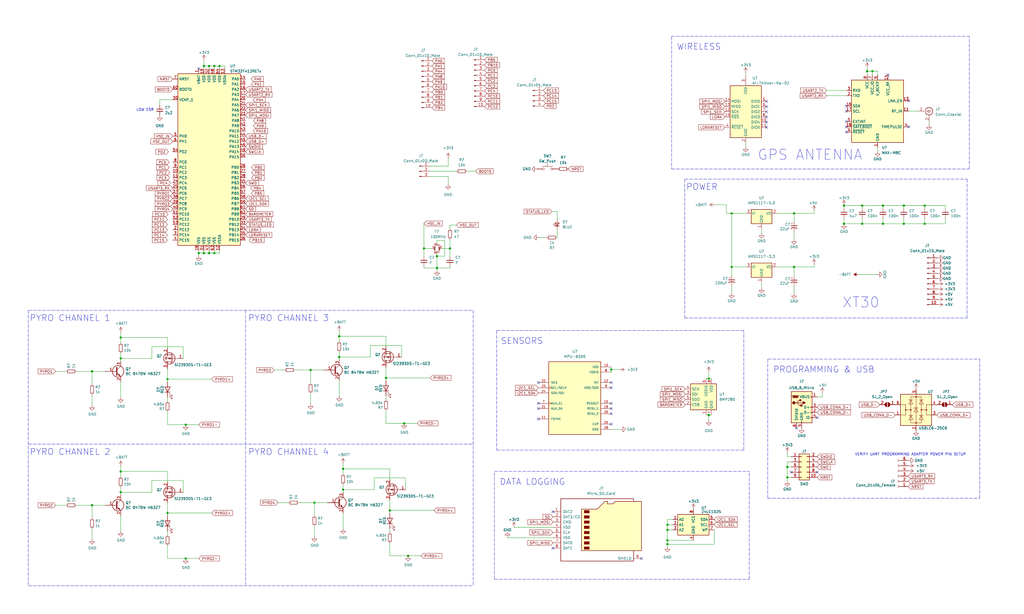
<source format=kicad_sch>
(kicad_sch (version 20211123) (generator eeschema)
  (paper "User" 499.999 299.999)
  (lib_symbols
    (symbol "Connector:Conn_01x03_Male" (pin_names (offset 1.016) hide)
      (property "Reference" "J" (at 0 5.08 0))
      (property "Value" "Conn_01x03_Male" (at 0 -5.08 0))
      (symbol "Conn_01x03_Male_1_1"
        (pin passive line (at 5.08 2.54 180) (length 3.81) (name "Pin_1") (number "1"))
        (pin passive line (at 5.08 0 180) (length 3.81) (name "Pin_2") (number "2"))
        (pin passive line (at 5.08 -2.54 180) (length 3.81) (name "Pin_3") (number "3"))
      )
    )
    (symbol "Connector:Conn_01x04_Male" (pin_names (offset 1.016) hide)
      (property "Reference" "J" (at 0 5.08 0))
      (property "Value" "Conn_01x04_Male" (at 0 -7.62 0))
      (symbol "Conn_01x04_Male_1_1"
        (pin passive line (at 5.08 2.54 180) (length 3.81) (name "Pin_1") (number "1"))
        (pin passive line (at 5.08 0 180) (length 3.81) (name "Pin_2") (number "2"))
        (pin passive line (at 5.08 -2.54 180) (length 3.81) (name "Pin_3") (number "3"))
        (pin passive line (at 5.08 -5.08 180) (length 3.81) (name "Pin_4") (number "4"))
      )
    )
    (symbol "Connector:Conn_01x06_Female" (pin_names (offset 1.016) hide)
      (property "Reference" "J" (at 0 7.62 0))
      (property "Value" "Conn_01x06_Female" (at 0 -10.16 0))
      (symbol "Conn_01x06_Female_1_1"
        (pin passive line (at -5.08 5.08 0) (length 3.81) (name "Pin_1") (number "1"))
        (pin passive line (at -5.08 2.54 0) (length 3.81) (name "Pin_2") (number "2"))
        (pin passive line (at -5.08 0 0) (length 3.81) (name "Pin_3") (number "3"))
        (pin passive line (at -5.08 -2.54 0) (length 3.81) (name "Pin_4") (number "4"))
        (pin passive line (at -5.08 -5.08 0) (length 3.81) (name "Pin_5") (number "5"))
        (pin passive line (at -5.08 -7.62 0) (length 3.81) (name "Pin_6") (number "6"))
      )
    )
    (symbol "Connector:Conn_01x10_Male" (pin_names (offset 1.016) hide)
      (property "Reference" "J" (at 0 12.7 0))
      (property "Value" "Conn_01x10_Male" (at 0 -15.24 0))
      (symbol "Conn_01x10_Male_1_1"
        (pin passive line (at 5.08 10.16 180) (length 3.81) (name "Pin_1") (number "1"))
        (pin passive line (at 5.08 -12.7 180) (length 3.81) (name "Pin_10") (number "10"))
        (pin passive line (at 5.08 7.62 180) (length 3.81) (name "Pin_2") (number "2"))
        (pin passive line (at 5.08 5.08 180) (length 3.81) (name "Pin_3") (number "3"))
        (pin passive line (at 5.08 2.54 180) (length 3.81) (name "Pin_4") (number "4"))
        (pin passive line (at 5.08 0 180) (length 3.81) (name "Pin_5") (number "5"))
        (pin passive line (at 5.08 -2.54 180) (length 3.81) (name "Pin_6") (number "6"))
        (pin passive line (at 5.08 -5.08 180) (length 3.81) (name "Pin_7") (number "7"))
        (pin passive line (at 5.08 -7.62 180) (length 3.81) (name "Pin_8") (number "8"))
        (pin passive line (at 5.08 -10.16 180) (length 3.81) (name "Pin_9") (number "9"))
      )
    )
    (symbol "Connector:Conn_Coaxial" (pin_names (offset 1.016) hide)
      (property "Reference" "J" (at 0.254 3.048 0))
      (property "Value" "Conn_Coaxial" (at 2.921 0 90))
      (symbol "Conn_Coaxial_1_1"
        (pin passive line (at -5.08 0 0) (length 2.54) (name "In") (number "1"))
        (pin passive line (at 0 -5.08 90) (length 2.54) (name "Ext") (number "2"))
      )
    )
    (symbol "Connector:Micro_SD_Card" (pin_names (offset 1.016))
      (property "Reference" "J" (at -16.51 15.24 0))
      (property "Value" "Micro_SD_Card" (at 16.51 15.24 0))
      (symbol "Micro_SD_Card_1_1"
        (pin bidirectional line (at -22.86 7.62 0) (length 3.81) (name "DAT2") (number "1"))
        (pin bidirectional line (at -22.86 5.08 0) (length 3.81) (name "DAT3/CD") (number "2"))
        (pin input line (at -22.86 2.54 0) (length 3.81) (name "CMD") (number "3"))
        (pin power_in line (at -22.86 0 0) (length 3.81) (name "VDD") (number "4"))
        (pin input line (at -22.86 -2.54 0) (length 3.81) (name "CLK") (number "5"))
        (pin power_in line (at -22.86 -5.08 0) (length 3.81) (name "VSS") (number "6"))
        (pin bidirectional line (at -22.86 -7.62 0) (length 3.81) (name "DAT0") (number "7"))
        (pin bidirectional line (at -22.86 -10.16 0) (length 3.81) (name "DAT1") (number "8"))
        (pin passive line (at 20.32 -15.24 180) (length 3.81) (name "SHIELD") (number "9"))
      )
    )
    (symbol "Connector:USB_B_Micro" (pin_names (offset 1.016))
      (property "Reference" "J" (at -5.08 11.43 0))
      (property "Value" "USB_B_Micro" (at -5.08 8.89 0))
      (symbol "USB_B_Micro_1_1"
        (pin power_out line (at 7.62 5.08 180) (length 2.54) (name "VBUS") (number "1"))
        (pin bidirectional line (at 7.62 -2.54 180) (length 2.54) (name "D-") (number "2"))
        (pin bidirectional line (at 7.62 0 180) (length 2.54) (name "D+") (number "3"))
        (pin passive line (at 7.62 -5.08 180) (length 2.54) (name "ID") (number "4"))
        (pin power_out line (at 0 -10.16 90) (length 2.54) (name "GND") (number "5"))
        (pin passive line (at -2.54 -10.16 90) (length 2.54) (name "Shield") (number "6"))
      )
    )
    (symbol "Connector_Generic:Conn_02x05_Odd_Even" (pin_names (offset 1.016) hide)
      (property "Reference" "J" (at 1.27 7.62 0))
      (property "Value" "Conn_02x05_Odd_Even" (at 1.27 -7.62 0))
      (symbol "Conn_02x05_Odd_Even_1_1"
        (pin passive line (at -5.08 5.08 0) (length 3.81) (name "Pin_1") (number "1"))
        (pin passive line (at 7.62 -5.08 180) (length 3.81) (name "Pin_10") (number "10"))
        (pin passive line (at 7.62 5.08 180) (length 3.81) (name "Pin_2") (number "2"))
        (pin passive line (at -5.08 2.54 0) (length 3.81) (name "Pin_3") (number "3"))
        (pin passive line (at 7.62 2.54 180) (length 3.81) (name "Pin_4") (number "4"))
        (pin passive line (at -5.08 0 0) (length 3.81) (name "Pin_5") (number "5"))
        (pin passive line (at 7.62 0 180) (length 3.81) (name "Pin_6") (number "6"))
        (pin passive line (at -5.08 -2.54 0) (length 3.81) (name "Pin_7") (number "7"))
        (pin passive line (at 7.62 -2.54 180) (length 3.81) (name "Pin_8") (number "8"))
        (pin passive line (at -5.08 -5.08 0) (length 3.81) (name "Pin_9") (number "9"))
      )
    )
    (symbol "Device:C_Polarized_Small_US" (pin_numbers hide) (pin_names (offset 0.254) hide)
      (property "Reference" "C" (at 0.254 1.778 0))
      (property "Value" "C_Polarized_Small_US" (at 0.254 -2.032 0))
      (symbol "C_Polarized_Small_US_1_1"
        (pin passive line (at 0 2.54 270) (length 2.032) (name "~") (number "1"))
        (pin passive line (at 0 -2.54 90) (length 2.032) (name "~") (number "2"))
      )
    )
    (symbol "Device:C_Small" (pin_numbers hide) (pin_names (offset 0.254) hide)
      (property "Reference" "C" (at 0.254 1.778 0))
      (property "Value" "C_Small" (at 0.254 -2.032 0))
      (symbol "C_Small_1_1"
        (pin passive line (at 0 2.54 270) (length 2.032) (name "~") (number "1"))
        (pin passive line (at 0 -2.54 90) (length 2.032) (name "~") (number "2"))
      )
    )
    (symbol "Device:Crystal_GND24_Small" (pin_names (offset 1.016) hide)
      (property "Reference" "Y" (at 1.27 4.445 0))
      (property "Value" "Crystal_GND24_Small" (at 1.27 2.54 0))
      (symbol "Crystal_GND24_Small_1_1"
        (pin passive line (at -2.54 0 0) (length 1.27) (name "1") (number "1"))
        (pin passive line (at 0 -2.54 90) (length 0.635) (name "2") (number "2"))
        (pin passive line (at 2.54 0 180) (length 1.27) (name "3") (number "3"))
        (pin passive line (at 0 2.54 270) (length 0.635) (name "4") (number "4"))
      )
    )
    (symbol "Device:LED" (pin_numbers hide) (pin_names (offset 1.016) hide)
      (property "Reference" "D" (at 0 2.54 0))
      (property "Value" "LED" (at 0 -2.54 0))
      (symbol "LED_1_1"
        (pin passive line (at -3.81 0 0) (length 2.54) (name "K") (number "1"))
        (pin passive line (at 3.81 0 180) (length 2.54) (name "A") (number "2"))
      )
    )
    (symbol "Device:LED_Small" (pin_numbers hide) (pin_names (offset 0.254) hide)
      (property "Reference" "D" (at -1.27 3.175 0))
      (property "Value" "LED_Small" (at -4.445 -2.54 0))
      (symbol "LED_Small_1_1"
        (pin passive line (at -2.54 0 0) (length 1.778) (name "K") (number "1"))
        (pin passive line (at 2.54 0 180) (length 1.778) (name "A") (number "2"))
      )
    )
    (symbol "Device:R_Small" (pin_numbers hide) (pin_names (offset 0.254) hide)
      (property "Reference" "R" (at 0.762 0.508 0))
      (property "Value" "R_Small" (at 0.762 -1.016 0))
      (symbol "R_Small_1_1"
        (pin passive line (at 0 2.54 270) (length 0.762) (name "~") (number "1"))
        (pin passive line (at 0 -2.54 90) (length 0.762) (name "~") (number "2"))
      )
    )
    (symbol "Jumper:SolderJumper_2_Open" (pin_names (offset 0) hide)
      (property "Reference" "JP" (at 0 2.032 0))
      (property "Value" "SolderJumper_2_Open" (at 0 -2.54 0))
      (symbol "SolderJumper_2_Open_1_1"
        (pin passive line (at -3.81 0 0) (length 2.54) (name "A") (number "1"))
        (pin passive line (at 3.81 0 180) (length 2.54) (name "B") (number "2"))
      )
    )
    (symbol "MCU_ST_STM32F4:STM32F412RETx"
      (property "Reference" "U" (at -15.24 41.91 0))
      (property "Value" "STM32F412RETx" (at 10.16 41.91 0))
      (symbol "STM32F412RETx_1_1"
        (pin power_in line (at -5.08 43.18 270) (length 2.54) (name "VBAT") (number "1"))
        (pin bidirectional line (at -17.78 -7.62 0) (length 2.54) (name "PC2") (number "10"))
        (pin bidirectional line (at -17.78 -10.16 0) (length 2.54) (name "PC3") (number "11"))
        (pin power_in line (at 5.08 -45.72 90) (length 2.54) (name "VSSA") (number "12"))
        (pin power_in line (at 7.62 43.18 270) (length 2.54) (name "VDDA") (number "13"))
        (pin bidirectional line (at 17.78 38.1 180) (length 2.54) (name "PA0") (number "14"))
        (pin bidirectional line (at 17.78 35.56 180) (length 2.54) (name "PA1") (number "15"))
        (pin bidirectional line (at 17.78 33.02 180) (length 2.54) (name "PA2") (number "16"))
        (pin bidirectional line (at 17.78 30.48 180) (length 2.54) (name "PA3") (number "17"))
        (pin power_in line (at -5.08 -45.72 90) (length 2.54) (name "VSS") (number "18"))
        (pin power_in line (at -2.54 43.18 270) (length 2.54) (name "VDD") (number "19"))
        (pin bidirectional line (at -17.78 -35.56 0) (length 2.54) (name "PC13") (number "2"))
        (pin bidirectional line (at 17.78 27.94 180) (length 2.54) (name "PA4") (number "20"))
        (pin bidirectional line (at 17.78 25.4 180) (length 2.54) (name "PA5") (number "21"))
        (pin bidirectional line (at 17.78 22.86 180) (length 2.54) (name "PA6") (number "22"))
        (pin bidirectional line (at 17.78 20.32 180) (length 2.54) (name "PA7") (number "23"))
        (pin bidirectional line (at -17.78 -12.7 0) (length 2.54) (name "PC4") (number "24"))
        (pin bidirectional line (at -17.78 -15.24 0) (length 2.54) (name "PC5") (number "25"))
        (pin bidirectional line (at 17.78 -5.08 180) (length 2.54) (name "PB0") (number "26"))
        (pin bidirectional line (at 17.78 -7.62 180) (length 2.54) (name "PB1") (number "27"))
        (pin bidirectional line (at 17.78 -10.16 180) (length 2.54) (name "PB2") (number "28"))
        (pin bidirectional line (at 17.78 -30.48 180) (length 2.54) (name "PB10") (number "29"))
        (pin bidirectional line (at -17.78 -38.1 0) (length 2.54) (name "PC14") (number "3"))
        (pin power_in line (at -17.78 27.94 0) (length 2.54) (name "VCAP_1") (number "30"))
        (pin power_in line (at -2.54 -45.72 90) (length 2.54) (name "VSS") (number "31"))
        (pin power_in line (at 0 43.18 270) (length 2.54) (name "VDD") (number "32"))
        (pin bidirectional line (at 17.78 -33.02 180) (length 2.54) (name "PB12") (number "33"))
        (pin bidirectional line (at 17.78 -35.56 180) (length 2.54) (name "PB13") (number "34"))
        (pin bidirectional line (at 17.78 -38.1 180) (length 2.54) (name "PB14") (number "35"))
        (pin bidirectional line (at 17.78 -40.64 180) (length 2.54) (name "PB15") (number "36"))
        (pin bidirectional line (at -17.78 -17.78 0) (length 2.54) (name "PC6") (number "37"))
        (pin bidirectional line (at -17.78 -20.32 0) (length 2.54) (name "PC7") (number "38"))
        (pin bidirectional line (at -17.78 -22.86 0) (length 2.54) (name "PC8") (number "39"))
        (pin bidirectional line (at -17.78 -40.64 0) (length 2.54) (name "PC15") (number "4"))
        (pin bidirectional line (at -17.78 -25.4 0) (length 2.54) (name "PC9") (number "40"))
        (pin bidirectional line (at 17.78 17.78 180) (length 2.54) (name "PA8") (number "41"))
        (pin bidirectional line (at 17.78 15.24 180) (length 2.54) (name "PA9") (number "42"))
        (pin bidirectional line (at 17.78 12.7 180) (length 2.54) (name "PA10") (number "43"))
        (pin bidirectional line (at 17.78 10.16 180) (length 2.54) (name "PA11") (number "44"))
        (pin bidirectional line (at 17.78 7.62 180) (length 2.54) (name "PA12") (number "45"))
        (pin bidirectional line (at 17.78 5.08 180) (length 2.54) (name "PA13") (number "46"))
        (pin power_in line (at 0 -45.72 90) (length 2.54) (name "VSS") (number "47"))
        (pin power_in line (at 2.54 43.18 270) (length 2.54) (name "VDD") (number "48"))
        (pin bidirectional line (at 17.78 2.54 180) (length 2.54) (name "PA14") (number "49"))
        (pin input line (at -17.78 10.16 0) (length 2.54) (name "PH0") (number "5"))
        (pin bidirectional line (at 17.78 0 180) (length 2.54) (name "PA15") (number "50"))
        (pin bidirectional line (at -17.78 -27.94 0) (length 2.54) (name "PC10") (number "51"))
        (pin bidirectional line (at -17.78 -30.48 0) (length 2.54) (name "PC11") (number "52"))
        (pin bidirectional line (at -17.78 -33.02 0) (length 2.54) (name "PC12") (number "53"))
        (pin bidirectional line (at -17.78 2.54 0) (length 2.54) (name "PD2") (number "54"))
        (pin bidirectional line (at 17.78 -12.7 180) (length 2.54) (name "PB3") (number "55"))
        (pin bidirectional line (at 17.78 -15.24 180) (length 2.54) (name "PB4") (number "56"))
        (pin bidirectional line (at 17.78 -17.78 180) (length 2.54) (name "PB5") (number "57"))
        (pin bidirectional line (at 17.78 -20.32 180) (length 2.54) (name "PB6") (number "58"))
        (pin bidirectional line (at 17.78 -22.86 180) (length 2.54) (name "PB7") (number "59"))
        (pin input line (at -17.78 7.62 0) (length 2.54) (name "PH1") (number "6"))
        (pin input line (at -17.78 33.02 0) (length 2.54) (name "BOOT0") (number "60"))
        (pin bidirectional line (at 17.78 -25.4 180) (length 2.54) (name "PB8") (number "61"))
        (pin bidirectional line (at 17.78 -27.94 180) (length 2.54) (name "PB9") (number "62"))
        (pin power_in line (at 2.54 -45.72 90) (length 2.54) (name "VSS") (number "63"))
        (pin power_in line (at 5.08 43.18 270) (length 2.54) (name "VDD") (number "64"))
        (pin input line (at -17.78 38.1 0) (length 2.54) (name "NRST") (number "7"))
        (pin bidirectional line (at -17.78 -2.54 0) (length 2.54) (name "PC0") (number "8"))
        (pin bidirectional line (at -17.78 -5.08 0) (length 2.54) (name "PC1") (number "9"))
      )
    )
    (symbol "MPU-6500:MPU-6500" (pin_names (offset 1.016))
      (property "Reference" "U" (at -12.7 19.05 0))
      (property "Value" "MPU-6500" (at -12.7 -19.05 0))
      (symbol "MPU-6500_0_0"
        (pin output line (at 17.78 -2.54 180) (length 5.08) (name "REGOUT") (number "10"))
        (pin input line (at -17.78 -10.16 0) (length 5.08) (name "FSYNC") (number "11"))
        (pin output line (at 17.78 7.62 180) (length 5.08) (name "INT") (number "12"))
        (pin power_in line (at 17.78 15.24 180) (length 5.08) (name "VDD") (number "13"))
        (pin power_in line (at 17.78 -15.24 180) (length 5.08) (name "GND") (number "18"))
        (pin passive line (at 17.78 -5.08 180) (length 5.08) (name "RESV_1") (number "19"))
        (pin passive line (at 17.78 -7.62 180) (length 5.08) (name "RESV_2") (number "20"))
        (pin bidirectional line (at -17.78 -5.08 0) (length 5.08) (name "AUX_DA") (number "21"))
        (pin input line (at -17.78 7.62 0) (length 5.08) (name "NCS") (number "22"))
        (pin input clock (at -17.78 5.08 0) (length 5.08) (name "SCL/SCLK") (number "23"))
        (pin bidirectional line (at -17.78 2.54 0) (length 5.08) (name "SDA/SDI") (number "24"))
        (pin passive line (at 17.78 -12.7 180) (length 5.08) (name "EXP") (number "25"))
        (pin input clock (at -17.78 -2.54 0) (length 5.08) (name "AUX_CL") (number "7"))
        (pin power_in line (at 17.78 12.7 180) (length 5.08) (name "VDDIO") (number "8"))
        (pin output line (at 17.78 5.08 180) (length 5.08) (name "AD0/SDO") (number "9"))
      )
    )
    (symbol "Memory_EEPROM:24LC1025"
      (property "Reference" "U" (at -6.35 6.35 0))
      (property "Value" "24LC1025" (at 1.27 6.35 0))
      (symbol "24LC1025_1_1"
        (pin input line (at -10.16 2.54 0) (length 2.54) (name "A0") (number "1"))
        (pin input line (at -10.16 0 0) (length 2.54) (name "A1") (number "2"))
        (pin input line (at -10.16 -2.54 0) (length 2.54) (name "A2") (number "3"))
        (pin power_in line (at 0 -7.62 90) (length 2.54) (name "GND") (number "4"))
        (pin bidirectional line (at 10.16 2.54 180) (length 2.54) (name "SDA") (number "5"))
        (pin input line (at 10.16 0 180) (length 2.54) (name "SCL") (number "6"))
        (pin input line (at 10.16 -2.54 180) (length 2.54) (name "WP") (number "7"))
        (pin power_in line (at 0 7.62 270) (length 2.54) (name "VCC") (number "8"))
      )
    )
    (symbol "Power_Protection:USBLC6-2SC6" (pin_names hide)
      (property "Reference" "U" (at 2.54 8.89 0))
      (property "Value" "USBLC6-2SC6" (at 2.54 -8.89 0))
      (symbol "USBLC6-2SC6_1_1"
        (pin passive line (at -10.16 -2.54 0) (length 2.54) (name "I/O1") (number "1"))
        (pin passive line (at 0 -10.16 90) (length 2.54) (name "GND") (number "2"))
        (pin passive line (at 10.16 -2.54 180) (length 2.54) (name "I/O2") (number "3"))
        (pin passive line (at 10.16 2.54 180) (length 2.54) (name "I/O2") (number "4"))
        (pin passive line (at 0 10.16 270) (length 2.54) (name "VBUS") (number "5"))
        (pin passive line (at -10.16 2.54 0) (length 2.54) (name "I/O1") (number "6"))
      )
    )
    (symbol "RF_GPS:MAX-M8C"
      (property "Reference" "U" (at -10.16 16.51 0))
      (property "Value" "MAX-M8C" (at 11.43 16.51 0))
      (symbol "MAX-M8C_1_1"
        (pin power_in line (at 0 -17.78 90) (length 2.54) (name "GND") (number "1"))
        (pin passive line (at 0 -17.78 90) (length 2.54) hide (name "GND") (number "10"))
        (pin input line (at 15.24 0 180) (length 2.54) (name "RF_IN") (number "11"))
        (pin passive line (at 0 -17.78 90) (length 2.54) hide (name "GND") (number "12"))
        (pin output line (at 15.24 5.08 180) (length 2.54) (name "LNA_EN") (number "13"))
        (pin power_out line (at 5.08 17.78 270) (length 2.54) (name "VCC_RF") (number "14"))
        (pin no_connect line (at 12.7 -5.08 180) (length 2.54) hide (name "Reserved") (number "15"))
        (pin bidirectional line (at -15.24 2.54 0) (length 2.54) (name "SDA") (number "16"))
        (pin input line (at -15.24 0 0) (length 2.54) (name "SCL") (number "17"))
        (pin input line (at -15.24 -7.62 0) (length 2.54) (name "~{SAFEBOOT}") (number "18"))
        (pin output line (at -15.24 7.62 0) (length 2.54) (name "TXD") (number "2"))
        (pin input line (at -15.24 10.16 0) (length 2.54) (name "RXD") (number "3"))
        (pin output line (at 15.24 -7.62 180) (length 2.54) (name "TIMEPULSE") (number "4"))
        (pin input line (at -15.24 -5.08 0) (length 2.54) (name "EXTINT") (number "5"))
        (pin power_in line (at 0 17.78 270) (length 2.54) (name "V_BCKP") (number "6"))
        (pin power_in line (at -2.54 17.78 270) (length 2.54) (name "VCC_IO") (number "7"))
        (pin power_in line (at -5.08 17.78 270) (length 2.54) (name "VCC") (number "8"))
        (pin input line (at -15.24 -10.16 0) (length 2.54) (name "~{RESET}") (number "9"))
      )
    )
    (symbol "RF_Module:Ai-Thinker-Ra-02"
      (property "Reference" "U" (at 2.54 19.05 0))
      (property "Value" "Ai-Thinker-Ra-02" (at 13.97 -15.24 0))
      (symbol "Ai-Thinker-Ra-02_1_1"
        (pin passive line (at 0 -15.24 90) (length 2.54) hide (name "GND") (number "1"))
        (pin bidirectional line (at 10.16 -5.08 180) (length 2.54) (name "DIO4") (number "10"))
        (pin bidirectional line (at 10.16 -7.62 180) (length 2.54) (name "DIO5") (number "11"))
        (pin input line (at -10.16 0 0) (length 2.54) (name "SCK") (number "12"))
        (pin output line (at -10.16 2.54 0) (length 2.54) (name "MISO") (number "13"))
        (pin input line (at -10.16 5.08 0) (length 2.54) (name "MOSI") (number "14"))
        (pin input line (at -10.16 -2.54 0) (length 2.54) (name "~{NSS}") (number "15"))
        (pin passive line (at 0 -15.24 90) (length 2.54) hide (name "GND") (number "16"))
        (pin power_in line (at 0 -15.24 90) (length 2.54) (name "GND") (number "2"))
        (pin power_in line (at 0 17.78 270) (length 5.08) (name "VDD") (number "3"))
        (pin input line (at -10.16 -7.62 0) (length 2.54) (name "~{RESET}") (number "4"))
        (pin bidirectional line (at 10.16 5.08 180) (length 2.54) (name "DIO0") (number "5"))
        (pin bidirectional line (at 10.16 2.54 180) (length 2.54) (name "DIO1") (number "6"))
        (pin bidirectional line (at 10.16 0 180) (length 2.54) (name "DIO2") (number "7"))
        (pin bidirectional line (at 10.16 -2.54 180) (length 2.54) (name "DIO3") (number "8"))
        (pin passive line (at 0 -15.24 90) (length 2.54) hide (name "GND") (number "9"))
      )
    )
    (symbol "Regulator_Linear:AMS1117-3.3" (pin_names (offset 0.254))
      (property "Reference" "U" (at -3.81 3.175 0))
      (property "Value" "AMS1117-3.3" (at 0 3.175 0))
      (symbol "AMS1117-3.3_1_1"
        (pin power_in line (at 0 -7.62 90) (length 2.54) (name "GND") (number "1"))
        (pin power_out line (at 7.62 0 180) (length 2.54) (name "VO") (number "2"))
        (pin power_in line (at -7.62 0 0) (length 2.54) (name "VI") (number "3"))
      )
    )
    (symbol "Regulator_Linear:AMS1117-5.0" (pin_names (offset 0.254))
      (property "Reference" "U" (at -3.81 3.175 0))
      (property "Value" "AMS1117-5.0" (at 0 3.175 0))
      (symbol "AMS1117-5.0_1_1"
        (pin power_in line (at 0 -7.62 90) (length 2.54) (name "GND") (number "1"))
        (pin power_out line (at 7.62 0 180) (length 2.54) (name "VO") (number "2"))
        (pin power_in line (at -7.62 0 0) (length 2.54) (name "VI") (number "3"))
      )
    )
    (symbol "Sensor_Pressure:BMP280"
      (property "Reference" "U" (at -7.62 10.16 0))
      (property "Value" "BMP280" (at 5.08 10.16 0))
      (symbol "BMP280_1_1"
        (pin power_in line (at 0 -7.62 90) (length 2.54) (name "GND") (number "1"))
        (pin input line (at -10.16 -2.54 0) (length 2.54) (name "CSB") (number "2"))
        (pin bidirectional line (at -10.16 2.54 0) (length 2.54) (name "SDI") (number "3"))
        (pin input line (at -10.16 5.08 0) (length 2.54) (name "SCK") (number "4"))
        (pin bidirectional line (at -10.16 0 0) (length 2.54) (name "SDO") (number "5"))
        (pin power_in line (at 0 10.16 270) (length 2.54) (name "VDDIO") (number "6"))
        (pin power_in line (at 2.54 -7.62 90) (length 2.54) (name "GND") (number "7"))
        (pin power_in line (at 2.54 10.16 270) (length 2.54) (name "VDD") (number "8"))
      )
    )
    (symbol "Switch:SW_Push" (pin_numbers hide) (pin_names (offset 1.016) hide)
      (property "Reference" "SW" (at 1.27 2.54 0))
      (property "Value" "SW_Push" (at 0 -1.524 0))
      (symbol "SW_Push_0_1"
        (pin passive line (at -5.08 0 0) (length 2.54) (name "1") (number "1"))
        (pin passive line (at 5.08 0 180) (length 2.54) (name "2") (number "2"))
      )
    )
    (symbol "Transistor_BJT:BC847W" (pin_names (offset 0) hide)
      (property "Reference" "Q" (at 5.08 1.905 0))
      (property "Value" "BC847W" (at 5.08 0 0))
      (symbol "BC847W_1_1"
        (pin input line (at -5.08 0 0) (length 5.715) (name "B") (number "1"))
        (pin passive line (at 2.54 -5.08 90) (length 2.54) (name "E") (number "2"))
        (pin passive line (at 2.54 5.08 270) (length 2.54) (name "C") (number "3"))
      )
    )
    (symbol "Transistor_FET:Si2371EDS" (pin_names hide)
      (property "Reference" "Q" (at 5.08 1.905 0))
      (property "Value" "Si2371EDS" (at 5.08 0 0))
      (symbol "Si2371EDS_1_1"
        (pin input line (at -5.08 0 0) (length 2.54) (name "G") (number "1"))
        (pin passive line (at 2.54 -5.08 90) (length 2.54) (name "S") (number "2"))
        (pin passive line (at 2.54 5.08 270) (length 2.54) (name "D") (number "3"))
      )
    )
    (symbol "power:+3.3V" (power) (pin_names (offset 0))
      (property "Value" "+3.3V" (at 0 3.556 0))
      (symbol "+3.3V_1_1"
        (pin power_in line (at 0 0 90) (length 0) hide (name "+3V3") (number "1"))
      )
    )
    (symbol "power:+5V" (power) (pin_names (offset 0))
      (property "Value" "+5V" (at 0 3.556 0))
      (symbol "+5V_1_1"
        (pin power_in line (at 0 0 90) (length 0) hide (name "+5V") (number "1"))
      )
    )
    (symbol "power:+BATT" (power) (pin_names (offset 0))
      (property "Value" "+BATT" (at 0 3.556 0))
      (symbol "+BATT_1_1"
        (pin power_in line (at 0 0 90) (length 0) hide (name "+BATT") (number "1"))
      )
    )
    (symbol "power:-BATT" (power) (pin_names (offset 0))
      (property "Value" "-BATT" (at 0 3.556 0))
      (symbol "-BATT_1_1"
        (pin power_in line (at 0 0 90) (length 0) hide (name "-BATT") (number "1"))
      )
    )
    (symbol "power:GND" (power) (pin_names (offset 0))
      (property "Value" "GND" (at 0 -3.81 0))
      (symbol "GND_1_1"
        (pin power_in line (at 0 0 270) (length 0) hide (name "GND") (number "1"))
      )
    )
  )
  (junction (at 384.429 233.299))
  (junction (at 58.928 230.378))
  (junction (at 412.115 100.457))
  (junction (at 190.373 249.428))
  (junction (at 357.251 104.267))
  (junction (at 412.115 109.347))
  (junction (at 165.608 164.338))
  (junction (at 346.075 202.819))
  (junction (at 90.678 207.518))
  (junction (at 207.01 121.412))
  (junction (at 167.513 229.108))
  (junction (at 102.108 32.258))
  (junction (at 431.165 109.347))
  (junction (at 102.108 123.698))
  (junction (at 90.678 272.923))
  (junction (at 441.325 109.347))
  (junction (at 346.075 185.039))
  (junction (at 153.543 245.618))
  (junction (at 387.731 130.429))
  (junction (at 188.468 184.658))
  (junction (at 104.648 123.698))
  (junction (at 44.958 246.888))
  (junction (at 151.638 180.848))
  (junction (at 58.928 240.538))
  (junction (at 197.358 206.883))
  (junction (at 451.485 109.347))
  (junction (at 99.568 32.258))
  (junction (at 97.028 123.698))
  (junction (at 384.429 228.219))
  (junction (at 431.165 100.457))
  (junction (at 425.958 34.798))
  (junction (at 107.188 32.258))
  (junction (at 81.788 185.293))
  (junction (at 325.882 265.938))
  (junction (at 165.608 174.498))
  (junction (at 298.45 180.594))
  (junction (at 421.005 100.457))
  (junction (at 167.513 239.268))
  (junction (at 58.928 164.973))
  (junction (at 421.005 109.347))
  (junction (at 199.263 271.653))
  (junction (at 213.36 130.937))
  (junction (at 441.325 100.457))
  (junction (at 81.788 250.698))
  (junction (at 219.71 121.412))
  (junction (at 99.568 123.698))
  (junction (at 325.882 258.953))
  (junction (at 423.418 34.798))
  (junction (at 451.485 100.457))
  (junction (at 104.648 32.258))
  (junction (at 387.731 104.267))
  (junction (at 213.36 125.222))
  (junction (at 325.882 264.033))
  (junction (at 58.928 175.133))
  (junction (at 357.251 130.429))
  (junction (at 325.882 256.413))
  (junction (at 44.958 181.483))
  (no_connect (at 413.258 54.356))
  (no_connect (at 270.002 250.063))
  (no_connect (at 386.334 230.759))
  (no_connect (at 270.002 267.843))
  (no_connect (at 399.034 230.759))
  (no_connect (at 262.89 197.104))
  (no_connect (at 313.182 272.923))
  (no_connect (at 298.45 197.104))
  (no_connect (at 433.578 36.576))
  (no_connect (at 388.874 209.169))
  (no_connect (at 374.269 62.23))
  (no_connect (at 298.45 202.184))
  (no_connect (at 413.258 64.516))
  (no_connect (at 374.269 49.53))
  (no_connect (at 399.034 204.089))
  (no_connect (at 374.269 57.15))
  (no_connect (at 374.269 59.69))
  (no_connect (at 413.258 51.816))
  (no_connect (at 298.45 207.264))
  (no_connect (at 262.89 204.724))
  (no_connect (at 97.028 33.528))
  (no_connect (at 374.269 54.61))
  (no_connect (at 443.738 61.976))
  (no_connect (at 262.89 186.944))
  (no_connect (at 298.45 199.644))
  (no_connect (at 298.45 189.484))
  (no_connect (at 262.89 199.644))
  (no_connect (at 374.269 52.07))
  (no_connect (at 413.258 59.436))
  (no_connect (at 413.258 61.976))
  (no_connect (at 443.738 49.276))
  (no_connect (at 298.45 186.944))
  (wire (pts (xy 167.513 250.698) (xy 167.513 258.318)))
  (wire (pts (xy 81.788 207.518) (xy 90.678 207.518)))
  (wire (pts (xy 165.608 164.338) (xy 165.608 166.878)))
  (wire (pts (xy 247.777 262.763) (xy 270.002 262.763)))
  (wire (pts (xy 104.648 122.428) (xy 104.648 123.698)))
  (wire (pts (xy 104.648 32.258) (xy 102.108 32.258)))
  (polyline (pts (xy 365.887 283.083) (xy 365.887 230.378)))
  (wire (pts (xy 403.606 46.736) (xy 413.258 46.736)))
  (wire (pts (xy 99.568 32.258) (xy 99.568 33.528)))
  (wire (pts (xy 74.168 169.418) (xy 89.408 169.418)))
  (wire (pts (xy 58.928 230.378) (xy 81.788 230.378)))
  (wire (pts (xy 157.988 180.848) (xy 151.638 180.848)))
  (wire (pts (xy 250.952 257.683) (xy 270.002 257.683)))
  (wire (pts (xy 180.848 174.498) (xy 165.608 174.498)))
  (wire (pts (xy 209.931 86.233) (xy 218.821 86.233)))
  (polyline (pts (xy 334.391 155.448) (xy 404.876 155.448)))
  (wire (pts (xy 97.028 123.698) (xy 97.028 124.968)))
  (wire (pts (xy 451.485 100.457) (xy 441.325 100.457)))
  (wire (pts (xy 371.856 111.887) (xy 371.856 113.919)))
  (wire (pts (xy 81.788 272.923) (xy 90.678 272.923)))
  (polyline (pts (xy 327.914 17.78) (xy 327.914 82.55)))
  (wire (pts (xy 387.731 104.267) (xy 387.731 108.331)))
  (wire (pts (xy 58.928 227.838) (xy 58.928 230.378)))
  (wire (pts (xy 213.36 118.872) (xy 213.36 117.602)))
  (polyline (pts (xy 119.888 151.638) (xy 119.888 286.258)))
  (wire (pts (xy 364.109 35.56) (xy 364.109 36.83)))
  (wire (pts (xy 153.543 257.048) (xy 153.543 262.128)))
  (wire (pts (xy 74.168 234.823) (xy 89.408 234.823)))
  (wire (pts (xy 387.731 134.874) (xy 387.731 130.429)))
  (wire (pts (xy 151.638 187.198) (xy 151.638 180.848)))
  (wire (pts (xy 213.36 123.952) (xy 213.36 125.222)))
  (wire (pts (xy 421.005 100.457) (xy 421.005 101.727)))
  (wire (pts (xy 51.308 246.888) (xy 44.958 246.888)))
  (wire (pts (xy 167.513 236.728) (xy 167.513 239.268)))
  (wire (pts (xy 431.165 106.807) (xy 431.165 109.347)))
  (wire (pts (xy 421.005 106.807) (xy 421.005 109.347)))
  (wire (pts (xy 425.958 34.798) (xy 428.498 34.798)))
  (wire (pts (xy 325.882 264.033) (xy 325.882 265.938)))
  (wire (pts (xy 346.075 185.039) (xy 347.345 185.039)))
  (wire (pts (xy 207.01 121.412) (xy 210.82 121.412)))
  (wire (pts (xy 387.731 139.954) (xy 387.731 143.383)))
  (wire (pts (xy 167.513 229.108) (xy 167.513 231.648)))
  (wire (pts (xy 325.882 265.938) (xy 325.882 267.208)))
  (wire (pts (xy 197.993 233.553) (xy 197.993 239.268)))
  (wire (pts (xy 167.513 239.268) (xy 167.513 240.538)))
  (wire (pts (xy 263.144 116.078) (xy 266.954 116.078)))
  (wire (pts (xy 32.258 181.483) (xy 27.178 181.483)))
  (wire (pts (xy 99.568 122.428) (xy 99.568 123.698)))
  (wire (pts (xy 58.928 172.593) (xy 58.928 175.133)))
  (wire (pts (xy 325.882 264.033) (xy 338.582 264.033)))
  (wire (pts (xy 209.931 81.153) (xy 218.821 81.153)))
  (wire (pts (xy 180.848 174.498) (xy 180.848 168.783)))
  (wire (pts (xy 165.608 164.338) (xy 188.468 164.338)))
  (wire (pts (xy 325.882 256.413) (xy 325.882 258.953)))
  (wire (pts (xy 140.843 245.618) (xy 135.763 245.618)))
  (wire (pts (xy 461.645 101.727) (xy 461.645 100.457)))
  (wire (pts (xy 167.513 226.568) (xy 167.513 229.108)))
  (wire (pts (xy 461.645 109.347) (xy 451.485 109.347)))
  (wire (pts (xy 269.494 103.378) (xy 272.034 103.378)))
  (polyline (pts (xy 404.876 155.448) (xy 472.186 155.448)))
  (wire (pts (xy 190.373 260.223) (xy 190.373 258.318)))
  (wire (pts (xy 32.258 246.888) (xy 27.178 246.888)))
  (wire (pts (xy 197.358 206.883) (xy 203.708 206.883)))
  (wire (pts (xy 219.71 125.222) (xy 219.71 121.412)))
  (wire (pts (xy 325.882 258.953) (xy 325.882 264.033)))
  (wire (pts (xy 207.01 125.222) (xy 207.01 121.412)))
  (wire (pts (xy 213.36 130.937) (xy 207.01 130.937)))
  (wire (pts (xy 199.263 271.653) (xy 205.613 271.653)))
  (wire (pts (xy 44.958 246.888) (xy 37.338 246.888)))
  (wire (pts (xy 328.422 253.873) (xy 325.882 253.873)))
  (wire (pts (xy 421.005 100.457) (xy 412.115 100.457)))
  (wire (pts (xy 165.608 171.958) (xy 165.608 174.498)))
  (wire (pts (xy 188.468 179.578) (xy 188.468 184.658)))
  (wire (pts (xy 397.51 102.997) (xy 397.51 104.267)))
  (polyline (pts (xy 363.22 219.964) (xy 363.22 161.544)))
  (wire (pts (xy 81.788 185.293) (xy 103.378 185.293)))
  (wire (pts (xy 81.788 196.088) (xy 81.788 194.183)))
  (wire (pts (xy 219.71 109.982) (xy 219.71 111.887)))
  (wire (pts (xy 443.738 54.356) (xy 448.564 54.356)))
  (wire (pts (xy 272.034 112.268) (xy 272.034 116.078)))
  (wire (pts (xy 90.678 272.923) (xy 97.028 272.923)))
  (wire (pts (xy 58.928 162.433) (xy 58.928 164.973)))
  (polyline (pts (xy 241.427 231.013) (xy 241.427 283.083)))
  (wire (pts (xy 58.928 230.378) (xy 58.928 232.918)))
  (wire (pts (xy 213.36 125.222) (xy 213.36 130.937)))
  (wire (pts (xy 386.334 225.679) (xy 384.429 225.679)))
  (wire (pts (xy 451.485 109.347) (xy 441.325 109.347)))
  (polyline (pts (xy 241.427 230.378) (xy 365.887 230.378)))
  (wire (pts (xy 182.753 239.268) (xy 182.753 233.553)))
  (wire (pts (xy 81.788 251.968) (xy 81.788 250.698)))
  (wire (pts (xy 84.328 48.768) (xy 77.978 48.768)))
  (polyline (pts (xy 327.914 17.78) (xy 473.329 17.78)))
  (wire (pts (xy 423.418 33.274) (xy 423.418 34.798)))
  (wire (pts (xy 451.485 100.457) (xy 451.485 101.727)))
  (wire (pts (xy 107.188 123.698) (xy 104.648 123.698)))
  (wire (pts (xy 425.958 36.576) (xy 425.958 34.798)))
  (wire (pts (xy 104.648 123.698) (xy 102.108 123.698)))
  (wire (pts (xy 159.893 245.618) (xy 153.543 245.618)))
  (wire (pts (xy 325.882 258.953) (xy 328.422 258.953)))
  (polyline (pts (xy 404.876 87.503) (xy 472.186 87.503)))
  (wire (pts (xy 188.468 185.928) (xy 188.468 184.658)))
  (wire (pts (xy 89.408 169.418) (xy 89.408 175.133)))
  (wire (pts (xy 188.468 206.883) (xy 197.358 206.883)))
  (wire (pts (xy 357.251 130.429) (xy 357.251 104.267)))
  (wire (pts (xy 109.728 32.258) (xy 107.188 32.258)))
  (wire (pts (xy 364.109 69.85) (xy 364.109 71.755)))
  (wire (pts (xy 379.476 104.267) (xy 387.731 104.267)))
  (wire (pts (xy 412.115 106.807) (xy 412.115 109.347)))
  (wire (pts (xy 104.648 33.528) (xy 104.648 32.258)))
  (wire (pts (xy 81.788 261.493) (xy 81.788 259.588)))
  (polyline (pts (xy 241.427 283.083) (xy 365.887 283.083)))
  (wire (pts (xy 453.644 59.436) (xy 453.644 60.96)))
  (wire (pts (xy 151.638 180.848) (xy 144.018 180.848)))
  (wire (pts (xy 421.005 109.347) (xy 412.115 109.347)))
  (wire (pts (xy 190.373 244.348) (xy 190.373 249.428)))
  (wire (pts (xy 218.821 81.153) (xy 218.821 77.343)))
  (wire (pts (xy 428.498 36.576) (xy 428.498 34.798)))
  (wire (pts (xy 190.373 250.698) (xy 190.373 249.428)))
  (wire (pts (xy 451.485 106.807) (xy 451.485 109.347)))
  (wire (pts (xy 153.543 251.968) (xy 153.543 245.618)))
  (wire (pts (xy 218.821 86.233) (xy 218.821 90.043)))
  (wire (pts (xy 401.574 193.929) (xy 401.574 192.024)))
  (wire (pts (xy 423.418 34.798) (xy 425.958 34.798)))
  (wire (pts (xy 325.882 253.873) (xy 325.882 256.413)))
  (wire (pts (xy 81.788 186.563) (xy 81.788 185.293)))
  (wire (pts (xy 354.711 104.267) (xy 357.251 104.267)))
  (polyline (pts (xy 13.843 217.043) (xy 231.013 217.043)))
  (wire (pts (xy 441.325 100.457) (xy 431.165 100.457)))
  (wire (pts (xy 346.075 181.864) (xy 346.075 185.039)))
  (wire (pts (xy 213.36 130.937) (xy 219.71 130.937)))
  (polyline (pts (xy 231.013 151.638) (xy 231.013 286.258)))
  (polyline (pts (xy 13.843 151.638) (xy 231.013 151.638)))
  (wire (pts (xy 272.034 103.378) (xy 272.034 107.188)))
  (wire (pts (xy 357.251 139.827) (xy 357.251 143.256)))
  (wire (pts (xy 207.01 109.22) (xy 207.01 121.412)))
  (wire (pts (xy 219.71 130.937) (xy 219.71 130.302)))
  (wire (pts (xy 58.928 251.968) (xy 58.928 259.588)))
  (wire (pts (xy 219.71 116.967) (xy 219.71 121.412)))
  (wire (pts (xy 298.45 209.804) (xy 302.895 209.804)))
  (wire (pts (xy 397.51 130.429) (xy 387.731 130.429)))
  (wire (pts (xy 81.788 250.698) (xy 103.378 250.698)))
  (wire (pts (xy 74.168 175.133) (xy 74.168 169.418)))
  (polyline (pts (xy 472.186 87.503) (xy 472.186 155.448)))
  (wire (pts (xy 58.928 164.973) (xy 81.788 164.973)))
  (wire (pts (xy 346.075 185.039) (xy 344.805 185.039)))
  (wire (pts (xy 386.334 233.299) (xy 384.429 233.299)))
  (wire (pts (xy 384.429 233.299) (xy 384.429 235.204)))
  (wire (pts (xy 403.606 44.196) (xy 413.258 44.196)))
  (wire (pts (xy 138.938 180.848) (xy 133.858 180.848)))
  (polyline (pts (xy 473.329 82.55) (xy 473.329 17.78)))
  (wire (pts (xy 386.334 228.219) (xy 384.429 228.219)))
  (wire (pts (xy 387.731 130.429) (xy 379.476 130.429)))
  (wire (pts (xy 44.958 181.483) (xy 37.338 181.483)))
  (wire (pts (xy 107.188 33.528) (xy 107.188 32.258)))
  (wire (pts (xy 357.251 130.429) (xy 357.251 134.747)))
  (wire (pts (xy 348.742 258.953) (xy 348.742 265.938)))
  (wire (pts (xy 384.429 221.234) (xy 384.429 223.139)))
  (wire (pts (xy 387.731 113.411) (xy 387.731 116.84)))
  (wire (pts (xy 107.188 32.258) (xy 104.648 32.258)))
  (wire (pts (xy 44.958 187.833) (xy 44.958 181.483)))
  (wire (pts (xy 44.958 192.913) (xy 44.958 197.993)))
  (wire (pts (xy 99.568 29.464) (xy 99.568 32.258)))
  (wire (pts (xy 81.788 164.973) (xy 81.788 170.053)))
  (wire (pts (xy 188.468 184.658) (xy 210.058 184.658)))
  (wire (pts (xy 298.45 179.324) (xy 298.45 180.594)))
  (wire (pts (xy 431.165 100.457) (xy 421.005 100.457)))
  (wire (pts (xy 81.788 245.618) (xy 81.788 250.698)))
  (wire (pts (xy 213.36 132.207) (xy 213.36 130.937)))
  (wire (pts (xy 190.373 265.303) (xy 190.373 271.653)))
  (wire (pts (xy 209.931 83.693) (xy 222.885 83.693)))
  (wire (pts (xy 81.788 201.168) (xy 81.788 207.518)))
  (wire (pts (xy 384.429 225.679) (xy 384.429 228.219)))
  (wire (pts (xy 346.075 202.819) (xy 347.345 202.819)))
  (wire (pts (xy 77.978 48.768) (xy 77.978 51.308)))
  (wire (pts (xy 90.678 207.518) (xy 97.028 207.518)))
  (wire (pts (xy 44.958 253.238) (xy 44.958 246.888)))
  (wire (pts (xy 167.513 229.108) (xy 190.373 229.108)))
  (wire (pts (xy 107.188 122.428) (xy 107.188 123.698)))
  (wire (pts (xy 89.408 234.823) (xy 89.408 240.538)))
  (wire (pts (xy 81.788 266.573) (xy 81.788 272.923)))
  (polyline (pts (xy 374.904 175.514) (xy 478.409 175.514)))
  (wire (pts (xy 99.568 32.258) (xy 102.108 32.258)))
  (wire (pts (xy 97.028 122.428) (xy 97.028 123.698)))
  (wire (pts (xy 397.51 129.159) (xy 397.51 130.429)))
  (wire (pts (xy 81.788 230.378) (xy 81.788 235.458)))
  (wire (pts (xy 190.373 229.108) (xy 190.373 234.188)))
  (wire (pts (xy 151.638 192.278) (xy 151.638 197.358)))
  (wire (pts (xy 419.354 134.112) (xy 428.244 134.112)))
  (polyline (pts (xy 13.843 151.638) (xy 13.843 286.258)))
  (polyline (pts (xy 478.409 243.459) (xy 478.409 175.514)))
  (polyline (pts (xy 374.904 243.459) (xy 478.409 243.459)))
  (wire (pts (xy 217.17 117.602) (xy 217.17 125.222)))
  (wire (pts (xy 58.928 164.973) (xy 58.928 167.513)))
  (wire (pts (xy 222.885 109.982) (xy 219.71 109.982)))
  (wire (pts (xy 81.788 180.213) (xy 81.788 185.293)))
  (wire (pts (xy 431.165 109.347) (xy 421.005 109.347)))
  (wire (pts (xy 99.568 123.698) (xy 97.028 123.698)))
  (wire (pts (xy 109.728 33.528) (xy 109.728 32.258)))
  (wire (pts (xy 298.45 180.594) (xy 298.45 181.864)))
  (wire (pts (xy 153.543 245.618) (xy 145.923 245.618)))
  (wire (pts (xy 182.753 233.553) (xy 197.993 233.553)))
  (wire (pts (xy 371.856 138.049) (xy 371.856 140.589)))
  (wire (pts (xy 44.958 258.318) (xy 44.958 263.398)))
  (wire (pts (xy 349.123 100.076) (xy 354.711 100.076)))
  (wire (pts (xy 180.848 168.783) (xy 196.088 168.783)))
  (wire (pts (xy 74.168 240.538) (xy 74.168 234.823)))
  (wire (pts (xy 196.088 168.783) (xy 196.088 174.498)))
  (wire (pts (xy 344.805 202.819) (xy 346.075 202.819)))
  (polyline (pts (xy 13.843 286.258) (xy 231.013 286.258)))
  (polyline (pts (xy 242.57 161.544) (xy 363.22 161.544)))
  (wire (pts (xy 217.17 125.222) (xy 213.36 125.222)))
  (wire (pts (xy 346.075 202.819) (xy 346.075 205.359)))
  (wire (pts (xy 461.645 100.457) (xy 451.485 100.457)))
  (wire (pts (xy 165.608 161.798) (xy 165.608 164.338)))
  (wire (pts (xy 58.928 175.133) (xy 58.928 176.403)))
  (wire (pts (xy 298.45 180.594) (xy 302.26 180.594)))
  (wire (pts (xy 384.429 228.219) (xy 384.429 233.299)))
  (polyline (pts (xy 374.904 175.514) (xy 374.904 243.459)))
  (wire (pts (xy 348.742 265.938) (xy 325.882 265.938)))
  (wire (pts (xy 357.251 104.267) (xy 364.236 104.267)))
  (wire (pts (xy 364.236 130.429) (xy 357.251 130.429)))
  (wire (pts (xy 441.325 106.807) (xy 441.325 109.347)))
  (wire (pts (xy 207.01 130.937) (xy 207.01 130.302)))
  (polyline (pts (xy 327.914 82.55) (xy 473.329 82.55)))
  (wire (pts (xy 188.468 200.533) (xy 188.468 206.883)))
  (polyline (pts (xy 334.391 87.503) (xy 334.391 155.448)))
  (wire (pts (xy 58.928 240.538) (xy 58.928 241.808)))
  (wire (pts (xy 182.753 239.268) (xy 167.513 239.268)))
  (polyline (pts (xy 242.57 161.544) (xy 242.57 219.964)))
  (wire (pts (xy 441.325 109.347) (xy 431.165 109.347)))
  (wire (pts (xy 461.645 106.807) (xy 461.645 109.347)))
  (wire (pts (xy 190.373 271.653) (xy 199.263 271.653)))
  (wire (pts (xy 412.115 100.457) (xy 412.115 101.727)))
  (wire (pts (xy 215.9 121.412) (xy 219.71 121.412)))
  (wire (pts (xy 102.108 122.428) (xy 102.108 123.698)))
  (polyline (pts (xy 242.57 219.964) (xy 363.22 219.964)))
  (wire (pts (xy 397.51 104.267) (xy 387.731 104.267)))
  (wire (pts (xy 384.429 223.139) (xy 386.334 223.139)))
  (wire (pts (xy 74.168 175.133) (xy 58.928 175.133)))
  (wire (pts (xy 188.468 195.453) (xy 188.468 193.548)))
  (wire (pts (xy 399.034 193.929) (xy 401.574 193.929)))
  (wire (pts (xy 428.498 72.136) (xy 428.498 73.914)))
  (wire (pts (xy 431.165 100.457) (xy 431.165 101.727)))
  (wire (pts (xy 58.928 186.563) (xy 58.928 194.183)))
  (wire (pts (xy 441.325 100.457) (xy 441.325 101.727)))
  (wire (pts (xy 188.468 164.338) (xy 188.468 169.418)))
  (wire (pts (xy 74.168 240.538) (xy 58.928 240.538)))
  (wire (pts (xy 102.108 123.698) (xy 99.568 123.698)))
  (polyline (pts (xy 334.391 87.503) (xy 404.876 87.503)))
  (wire (pts (xy 58.928 237.998) (xy 58.928 240.538)))
  (wire (pts (xy 165.608 174.498) (xy 165.608 175.768)))
  (wire (pts (xy 213.36 117.602) (xy 217.17 117.602)))
  (wire (pts (xy 165.608 185.928) (xy 165.608 193.548)))
  (wire (pts (xy 102.108 32.258) (xy 102.108 33.528)))
  (wire (pts (xy 190.373 249.428) (xy 211.963 249.428)))
  (wire (pts (xy 423.418 34.798) (xy 423.418 36.576)))
  (wire (pts (xy 51.308 181.483) (xy 44.958 181.483)))
  (wire (pts (xy 354.711 100.076) (xy 354.711 104.267)))
  (wire (pts (xy 227.965 83.693) (xy 232.283 83.693)))
  (polyline (pts (xy 231.013 217.043) (xy 231.013 216.408)))
  (wire (pts (xy 325.882 256.413) (xy 328.422 256.413)))
  (text "PYRO CHANNEL 2\n" (at 14.478 222.758 0) (effects (font (size 3 3)) (justify left bottom)))
  (text "PYRO CHANNEL 4" (at 121.158 222.758 0) (effects (font (size 3 3)) (justify left bottom)))
  (text "GPS ANTENNA" (at 369.824 78.74 0) (effects (font (size 5 5)) (justify left bottom)))
  (text "LOW ESR" (at 66.548 54.483 0) (effects (font (size 1.27 1.27)) (justify left bottom)))
  (text "SENSORS" (at 244.475 168.529 0) (effects (font (size 3 3)) (justify left bottom)))
  (text "DATA LOGGING" (at 243.967 237.363 0) (effects (font (size 3 3)) (justify left bottom)))
  (text "VERIFY UART PROGRAMMING ADAPTER POWER PIN SETUP" (at 417.449 222.885 0) (effects (font (size 1.27 1.27)) (justify left bottom)))
  (text "PROGRAMMING & USB" (at 377.444 182.499 0) (effects (font (size 3 3)) (justify left bottom)))
  (text "PYRO CHANNEL 1" (at 14.478 157.353 0) (effects (font (size 3 3)) (justify left bottom)))
  (text "PYRO CHANNEL 3\n" (at 121.158 157.353 0) (effects (font (size 3 3)) (justify left bottom)))
  (text "POWER" (at 335.026 93.218 0) (effects (font (size 3 3)) (justify left bottom)))
  (text "XT30" (at 411.226 150.876 0) (effects (font (size 5 5)) (justify left bottom)))
  (text "WIRELESS" (at 330.454 24.765 0) (effects (font (size 3 3)) (justify left bottom)))
  (global_label "STATUS_LED" (shape input) (at 119.888 109.728 0) (property "Intersheet References" "${INTERSHEET_REFS}" (effects hide)))
  (global_label "PA4" (shape input) (at 210.947 34.798 0) (property "Intersheet References" "${INTERSHEET_REFS}" (effects hide)))
  (global_label "USART3_RX" (shape input) (at 443.484 232.664 0) (property "Intersheet References" "${INTERSHEET_REFS}" (effects hide)))
  (global_label "BOOT0" (shape input) (at 84.328 43.688 180) (property "Intersheet References" "${INTERSHEET_REFS}" (effects hide)))
  (global_label "SWO" (shape input) (at 119.888 89.408 0) (property "Intersheet References" "${INTERSHEET_REFS}" (effects hide)))
  (global_label "HSE_IN" (shape input) (at 207.01 109.22 0) (property "Intersheet References" "${INTERSHEET_REFS}" (effects hide)))
  (global_label "PC15" (shape input) (at 81.788 117.348 180) (property "Intersheet References" "${INTERSHEET_REFS}" (effects hide)))
  (global_label "BAROMETER" (shape input) (at 119.888 104.648 0) (property "Intersheet References" "${INTERSHEET_REFS}" (effects hide)))
  (global_label "SPI1_MOSI" (shape input) (at 334.645 192.659 180) (property "Intersheet References" "${INTERSHEET_REFS}" (effects hide)))
  (global_label "PYRO4" (shape input) (at 135.763 245.618 180) (property "Intersheet References" "${INTERSHEET_REFS}" (effects hide)))
  (global_label "I2C1_SDA" (shape input) (at 119.888 99.568 0) (property "Intersheet References" "${INTERSHEET_REFS}" (effects hide)))
  (global_label "PB4" (shape input) (at 210.947 52.578 0) (property "Intersheet References" "${INTERSHEET_REFS}" (effects hide)))
  (global_label "SPI1_MISO" (shape input) (at 334.645 195.199 180) (property "Intersheet References" "${INTERSHEET_REFS}" (effects hide)))
  (global_label "PYRO3+" (shape input) (at 210.058 184.658 0) (property "Intersheet References" "${INTERSHEET_REFS}" (effects hide)))
  (global_label "PC12" (shape input) (at 236.601 52.07 0) (property "Intersheet References" "${INTERSHEET_REFS}" (effects hide)))
  (global_label "PYRO2" (shape input) (at 84.328 97.028 180) (property "Intersheet References" "${INTERSHEET_REFS}" (effects hide)))
  (global_label "I2C1_SDA" (shape input) (at 262.89 192.024 180) (property "Intersheet References" "${INTERSHEET_REFS}" (effects hide)))
  (global_label "PYRO3-" (shape input) (at 203.708 206.883 0) (property "Intersheet References" "${INTERSHEET_REFS}" (effects hide)))
  (global_label "PA1" (shape input) (at 122.682 41.148 0) (property "Intersheet References" "${INTERSHEET_REFS}" (effects hide)))
  (global_label "PYRO2" (shape input) (at 27.178 246.888 180) (property "Intersheet References" "${INTERSHEET_REFS}" (effects hide)))
  (global_label "PA0" (shape input) (at 122.555 38.608 0) (property "Intersheet References" "${INTERSHEET_REFS}" (effects hide)))
  (global_label "SPI1_MOSI" (shape input) (at 119.888 56.388 0) (property "Intersheet References" "${INTERSHEET_REFS}" (effects hide)))
  (global_label "PB1" (shape input) (at 210.947 47.498 0) (property "Intersheet References" "${INTERSHEET_REFS}" (effects hide)))
  (global_label "PC2" (shape input) (at 82.931 84.328 180) (property "Intersheet References" "${INTERSHEET_REFS}" (effects hide)))
  (global_label "PYRO1" (shape input) (at 84.328 94.488 180) (property "Intersheet References" "${INTERSHEET_REFS}" (effects hide)))
  (global_label "USB_D+" (shape input) (at 119.888 69.088 0) (property "Intersheet References" "${INTERSHEET_REFS}" (effects hide)))
  (global_label "LORA" (shape input) (at 353.949 57.15 180) (property "Intersheet References" "${INTERSHEET_REFS}" (effects hide)))
  (global_label "PC14" (shape input) (at 81.788 114.808 180) (property "Intersheet References" "${INTERSHEET_REFS}" (effects hide)))
  (global_label "I2C1_SCL" (shape input) (at 262.89 189.484 180) (property "Intersheet References" "${INTERSHEET_REFS}" (effects hide)))
  (global_label "PA8" (shape input) (at 123.698 58.928 0) (property "Intersheet References" "${INTERSHEET_REFS}" (effects hide)))
  (global_label "PC11" (shape input) (at 81.788 107.188 180) (property "Intersheet References" "${INTERSHEET_REFS}" (effects hide)))
  (global_label "PYRO4-" (shape input) (at 205.613 271.653 0) (property "Intersheet References" "${INTERSHEET_REFS}" (effects hide)))
  (global_label "PC15" (shape input) (at 265.303 49.276 0) (property "Intersheet References" "${INTERSHEET_REFS}" (effects hide)))
  (global_label "PYRO3" (shape input) (at 133.858 180.848 180) (property "Intersheet References" "${INTERSHEET_REFS}" (effects hide)))
  (global_label "SPI1_MISO" (shape input) (at 119.888 53.848 0) (property "Intersheet References" "${INTERSHEET_REFS}" (effects hide)))
  (global_label "HSE_OUT" (shape input) (at 222.885 109.982 0) (property "Intersheet References" "${INTERSHEET_REFS}" (effects hide)))
  (global_label "USART2_TX" (shape input) (at 119.888 43.688 0) (property "Intersheet References" "${INTERSHEET_REFS}" (effects hide)))
  (global_label "PA8" (shape input) (at 210.947 37.338 0) (property "Intersheet References" "${INTERSHEET_REFS}" (effects hide)))
  (global_label "PC3" (shape input) (at 82.804 86.868 180) (property "Intersheet References" "${INTERSHEET_REFS}" (effects hide)))
  (global_label "NRST" (shape input) (at 84.328 38.608 180) (property "Intersheet References" "${INTERSHEET_REFS}" (effects hide)))
  (global_label "PA4" (shape input) (at 123.571 48.768 0) (property "Intersheet References" "${INTERSHEET_REFS}" (effects hide)))
  (global_label "PC1" (shape input) (at 236.601 36.83 0) (property "Intersheet References" "${INTERSHEET_REFS}" (effects hide)))
  (global_label "HSE_OUT" (shape input) (at 84.328 69.088 180) (property "Intersheet References" "${INTERSHEET_REFS}" (effects hide)))
  (global_label "PD2" (shape input) (at 265.303 51.816 0) (property "Intersheet References" "${INTERSHEET_REFS}" (effects hide)))
  (global_label "PB0" (shape input) (at 210.947 44.958 0) (property "Intersheet References" "${INTERSHEET_REFS}" (effects hide)))
  (global_label "NRST" (shape input) (at 399.034 233.299 0) (property "Intersheet References" "${INTERSHEET_REFS}" (effects hide)))
  (global_label "PA1" (shape input) (at 210.947 32.258 0) (property "Intersheet References" "${INTERSHEET_REFS}" (effects hide)))
  (global_label "NRST" (shape input) (at 443.484 237.744 0) (property "Intersheet References" "${INTERSHEET_REFS}" (effects hide)))
  (global_label "PC14" (shape input) (at 265.303 46.736 0) (property "Intersheet References" "${INTERSHEET_REFS}" (effects hide)))
  (global_label "USB_D-" (shape input) (at 429.514 197.739 180) (property "Intersheet References" "${INTERSHEET_REFS}" (effects hide)))
  (global_label "USB_CONN_D+" (shape input) (at 457.454 202.819 0) (property "Intersheet References" "${INTERSHEET_REFS}" (effects hide)))
  (global_label "PA9" (shape input) (at 123.698 61.468 0) (property "Intersheet References" "${INTERSHEET_REFS}" (effects hide)))
  (global_label "PC0" (shape input) (at 82.677 79.248 180) (property "Intersheet References" "${INTERSHEET_REFS}" (effects hide)))
  (global_label "SPI1_SCK" (shape input) (at 353.949 54.61 180) (property "Intersheet References" "${INTERSHEET_REFS}" (effects hide)))
  (global_label "PB4" (shape input) (at 122.301 91.948 0) (property "Intersheet References" "${INTERSHEET_REFS}" (effects hide)))
  (global_label "USB_CONN_D-" (shape input) (at 399.034 201.549 0) (property "Intersheet References" "${INTERSHEET_REFS}" (effects hide)))
  (global_label "SPI1_MISO" (shape input) (at 270.002 265.303 180) (property "Intersheet References" "${INTERSHEET_REFS}" (effects hide)))
  (global_label "PYRO2-" (shape input) (at 97.028 272.923 0) (property "Intersheet References" "${INTERSHEET_REFS}" (effects hide)))
  (global_label "USART3_RX" (shape input) (at 84.328 91.948 180) (property "Intersheet References" "${INTERSHEET_REFS}" (effects hide)))
  (global_label "SWO" (shape input) (at 399.034 228.219 0) (property "Intersheet References" "${INTERSHEET_REFS}" (effects hide)))
  (global_label "SWCLK" (shape input) (at 119.888 74.168 0) (property "Intersheet References" "${INTERSHEET_REFS}" (effects hide)))
  (global_label "SPI1_MOSI" (shape input) (at 353.949 49.53 180) (property "Intersheet References" "${INTERSHEET_REFS}" (effects hide)))
  (global_label "PA10" (shape input) (at 123.571 64.008 0) (property "Intersheet References" "${INTERSHEET_REFS}" (effects hide)))
  (global_label "PC2" (shape input) (at 236.601 39.37 0) (property "Intersheet References" "${INTERSHEET_REFS}" (effects hide)))
  (global_label "USB_D+" (shape input) (at 465.074 197.739 0) (property "Intersheet References" "${INTERSHEET_REFS}" (effects hide)))
  (global_label "USB_D-" (shape input) (at 119.888 66.548 0) (property "Intersheet References" "${INTERSHEET_REFS}" (effects hide)))
  (global_label "PC4" (shape input) (at 83.312 89.408 180) (property "Intersheet References" "${INTERSHEET_REFS}" (effects hide)))
  (global_label "PA0" (shape input) (at 210.947 29.718 0) (property "Intersheet References" "${INTERSHEET_REFS}" (effects hide)))
  (global_label "USB_CONN_D+" (shape input) (at 399.034 199.009 0) (property "Intersheet References" "${INTERSHEET_REFS}" (effects hide)))
  (global_label "LORARESET" (shape input) (at 353.949 62.23 180) (property "Intersheet References" "${INTERSHEET_REFS}" (effects hide)))
  (global_label "PD2" (shape input) (at 82.296 74.168 180) (property "Intersheet References" "${INTERSHEET_REFS}" (effects hide)))
  (global_label "USART2_RX" (shape input) (at 403.606 46.736 180) (property "Intersheet References" "${INTERSHEET_REFS}" (effects hide)))
  (global_label "PC10" (shape input) (at 236.601 46.99 0) (property "Intersheet References" "${INTERSHEET_REFS}" (effects hide)))
  (global_label "PC13" (shape input) (at 81.788 112.268 180) (property "Intersheet References" "${INTERSHEET_REFS}" (effects hide)))
  (global_label "PB0" (shape input) (at 122.809 81.788 0) (property "Intersheet References" "${INTERSHEET_REFS}" (effects hide)))
  (global_label "PYRO1" (shape input) (at 27.178 181.483 180) (property "Intersheet References" "${INTERSHEET_REFS}" (effects hide)))
  (global_label "SPI1_MOSI" (shape input) (at 270.002 255.143 180) (property "Intersheet References" "${INTERSHEET_REFS}" (effects hide)))
  (global_label "PB5" (shape input) (at 236.601 29.21 0) (property "Intersheet References" "${INTERSHEET_REFS}" (effects hide)))
  (global_label "SD" (shape input) (at 119.888 102.108 0) (property "Intersheet References" "${INTERSHEET_REFS}" (effects hide)))
  (global_label "PC0" (shape input) (at 236.601 34.29 0) (property "Intersheet References" "${INTERSHEET_REFS}" (effects hide)))
  (global_label "USART2_TX" (shape input) (at 403.606 44.196 180) (property "Intersheet References" "${INTERSHEET_REFS}" (effects hide)))
  (global_label "PC3" (shape input) (at 236.601 41.91 0) (property "Intersheet References" "${INTERSHEET_REFS}" (effects hide)))
  (global_label "SWDIO" (shape input) (at 399.034 223.139 0) (property "Intersheet References" "${INTERSHEET_REFS}" (effects hide)))
  (global_label "PC1" (shape input) (at 82.677 81.788 180) (property "Intersheet References" "${INTERSHEET_REFS}" (effects hide)))
  (global_label "LORA" (shape input) (at 119.888 112.268 0) (property "Intersheet References" "${INTERSHEET_REFS}" (effects hide)))
  (global_label "PYRO4" (shape input) (at 84.328 102.108 180) (property "Intersheet References" "${INTERSHEET_REFS}" (effects hide)))
  (global_label "PC11" (shape input) (at 236.601 49.53 0) (property "Intersheet References" "${INTERSHEET_REFS}" (effects hide)))
  (global_label "BAROMETER" (shape input) (at 334.645 197.739 180) (property "Intersheet References" "${INTERSHEET_REFS}" (effects hide)))
  (global_label "PYRO1-" (shape input) (at 97.028 207.518 0) (property "Intersheet References" "${INTERSHEET_REFS}" (effects hide)))
  (global_label "PYRO2+" (shape input) (at 103.378 250.698 0) (property "Intersheet References" "${INTERSHEET_REFS}" (effects hide)))
  (global_label "PB2" (shape input) (at 210.947 50.038 0) (property "Intersheet References" "${INTERSHEET_REFS}" (effects hide)))
  (global_label "USB_CONN_D-" (shape input) (at 437.134 202.819 180) (property "Intersheet References" "${INTERSHEET_REFS}" (effects hide)))
  (global_label "I2C1_SCL" (shape input) (at 348.742 256.413 0) (property "Intersheet References" "${INTERSHEET_REFS}" (effects hide)))
  (global_label "PB1" (shape input) (at 122.809 84.328 0) (property "Intersheet References" "${INTERSHEET_REFS}" (effects hide)))
  (global_label "PB2" (shape input) (at 122.809 86.868 0) (property "Intersheet References" "${INTERSHEET_REFS}" (effects hide)))
  (global_label "NRST" (shape input) (at 277.495 82.55 0) (property "Intersheet References" "${INTERSHEET_REFS}" (effects hide)))
  (global_label "HSE_IN" (shape input) (at 84.328 66.548 180) (property "Intersheet References" "${INTERSHEET_REFS}" (effects hide)))
  (global_label "PC12" (shape input) (at 81.788 109.728 180) (property "Intersheet References" "${INTERSHEET_REFS}" (effects hide)))
  (global_label "PB5" (shape input) (at 122.682 94.488 0) (property "Intersheet References" "${INTERSHEET_REFS}" (effects hide)))
  (global_label "SWCLK" (shape input) (at 399.034 225.679 0) (property "Intersheet References" "${INTERSHEET_REFS}" (effects hide)))
  (global_label "PC10" (shape input) (at 82.042 104.648 180) (property "Intersheet References" "${INTERSHEET_REFS}" (effects hide)))
  (global_label "SPI1_SCK" (shape input) (at 270.002 260.223 180) (property "Intersheet References" "${INTERSHEET_REFS}" (effects hide)))
  (global_label "PYRO1+" (shape input) (at 103.378 185.293 0) (property "Intersheet References" "${INTERSHEET_REFS}" (effects hide)))
  (global_label "STATUS_LED" (shape input) (at 269.494 103.378 180) (property "Intersheet References" "${INTERSHEET_REFS}" (effects hide)))
  (global_label "PA9" (shape input) (at 210.947 39.878 0) (property "Intersheet References" "${INTERSHEET_REFS}" (effects hide)))
  (global_label "LORARESET" (shape input) (at 119.888 114.808 0) (property "Intersheet References" "${INTERSHEET_REFS}" (effects hide)))
  (global_label "PB15" (shape input) (at 236.601 31.75 0) (property "Intersheet References" "${INTERSHEET_REFS}" (effects hide)))
  (global_label "PA10" (shape input) (at 210.947 42.418 0) (property "Intersheet References" "${INTERSHEET_REFS}" (effects hide)))
  (global_label "PYRO3" (shape input) (at 84.328 99.568 180) (property "Intersheet References" "${INTERSHEET_REFS}" (effects hide)))
  (global_label "SPI1_SCK" (shape input) (at 119.888 51.308 0) (property "Intersheet References" "${INTERSHEET_REFS}" (effects hide)))
  (global_label "USART2_RX" (shape input) (at 119.888 46.228 0) (property "Intersheet References" "${INTERSHEET_REFS}" (effects hide)))
  (global_label "SWDIO" (shape input) (at 119.888 71.628 0) (property "Intersheet References" "${INTERSHEET_REFS}" (effects hide)))
  (global_label "PYRO4+" (shape input) (at 211.963 249.428 0) (property "Intersheet References" "${INTERSHEET_REFS}" (effects hide)))
  (global_label "SPI1_SCK" (shape input) (at 334.645 190.119 180) (property "Intersheet References" "${INTERSHEET_REFS}" (effects hide)))
  (global_label "I2C1_SCL" (shape input) (at 119.888 97.028 0) (property "Intersheet References" "${INTERSHEET_REFS}" (effects hide)))
  (global_label "SPI1_MISO" (shape input) (at 353.949 52.07 180) (property "Intersheet References" "${INTERSHEET_REFS}" (effects hide)))
  (global_label "BOOT0" (shape input) (at 232.283 83.693 0) (property "Intersheet References" "${INTERSHEET_REFS}" (effects hide)))
  (global_label "I2C1_SDA" (shape input) (at 348.742 253.873 0) (property "Intersheet References" "${INTERSHEET_REFS}" (effects hide)))
  (global_label "USART3_TX" (shape input) (at 443.484 235.204 0) (property "Intersheet References" "${INTERSHEET_REFS}" (effects hide)))
  (global_label "PB15" (shape input) (at 121.666 117.348 0) (property "Intersheet References" "${INTERSHEET_REFS}" (effects hide)))
  (global_label "SD" (shape input) (at 270.002 252.603 180) (property "Intersheet References" "${INTERSHEET_REFS}" (effects hide)))
  (global_label "USART3_TX" (shape input) (at 119.888 107.188 0) (property "Intersheet References" "${INTERSHEET_REFS}" (effects hide)))
  (global_label "PC4" (shape input) (at 236.601 44.45 0) (property "Intersheet References" "${INTERSHEET_REFS}" (effects hide)))
  (global_label "PC13" (shape input) (at 265.303 44.196 0) (property "Intersheet References" "${INTERSHEET_REFS}" (effects hide)))
  (symbol (lib_id "power:GND") (at 58.928 194.183 0) (unit 1)
    (property "Reference" "#PWR0146" (effects hide))
    (property "Value" "GND" (at 59.055 198.5772 0))
  )
  (symbol (lib_id "Power_Protection:USBLC6-2SC6") (at 447.294 200.279 0) (unit 1)
    (property "Reference" "U?" (at 454.279 191.389 0))
    (property "Value" "USBLC6-2SC6" (at 455.549 209.169 0))
    (property "Footprint" "Package_TO_SOT_SMD:SOT-23-6" (effects hide))
    (property "Datasheet" "https://www.st.com/resource/en/datasheet/usblc6-2.pdf" (effects hide))
    (property "LCSC Part #" "C7519" (effects hide))
  )
  (symbol (lib_id "power:GND") (at 412.115 109.347 0) (unit 1)
    (property "Reference" "#PWR0116" (effects hide))
    (property "Value" "GND" (at 412.115 113.157 0))
  )
  (symbol (lib_id "Connector:Conn_Coaxial") (at 453.644 54.356 0) (unit 1)
    (property "Reference" "J?" (at 456.692 53.3791 0) (effects (justify left)))
    (property "Value" "Conn_Coaxial" (at 456.692 55.9191 0) (effects (justify left)))
    (property "Datasheet" " ~" (effects hide))
  )
  (symbol (lib_id "power:+3.3V") (at 397.51 129.159 0) (unit 1)
    (property "Reference" "#PWR0114" (effects hide))
    (property "Value" "+3.3V" (at 397.51 125.349 0))
  )
  (symbol (lib_id "power:GND") (at 167.513 258.318 0) (unit 1)
    (property "Reference" "#PWR0150" (effects hide))
    (property "Value" "GND" (at 167.64 262.7122 0))
  )
  (symbol (lib_id "power:+5V") (at 457.835 143.764 270) (unit 1)
    (property "Reference" "#PWR?" (effects hide))
    (property "Value" "+5V" (at 461.137 143.764 90) (effects (justify left)))
  )
  (symbol (lib_id "power:+3.3V") (at 457.835 138.684 270) (unit 1)
    (property "Reference" "#PWR?" (effects hide))
    (property "Value" "+3.3V" (at 461.137 138.684 90) (effects (justify left)))
  )
  (symbol (lib_id "MPU-6500:MPU-6500") (at 280.67 194.564 0) (unit 1)
    (property "Reference" "U?" (at 280.67 171.704 0))
    (property "Value" "MPU-6500" (at 280.67 174.244 0))
    (property "Footprint" "QFN40P300X300X95-25N" (effects hide))
    (property "PARTREV" "1.3" (effects hide))
    (property "D_MAX" "3.1" (effects hide))
    (property "L_MAX" "0.25" (effects hide))
    (property "E_MAX" "3.1" (effects hide))
    (property "MANUFACTURER" "TDK InvenSense" (effects hide))
    (property "E_NOM" "3.0" (effects hide))
    (property "E_MIN" "2.9" (effects hide))
    (property "B_MIN" "0.15" (effects hide))
    (property "B_MAX" "0.25" (effects hide))
    (property "L_NOM" "0.3" (effects hide))
    (property "E2_NOM" "1.54" (effects hide))
    (property "D_MIN" "2.9" (effects hide))
    (property "D_NOM" "3.0" (effects hide))
    (property "B_NOM" "0.2" (effects hide))
    (property "MAXIMUM_PACKAGE_HEIGHT" "0.95 mm" (effects hide))
    (property "L_MIN" "0.15" (effects hide))
    (property "ENOM" "0.4" (effects hide))
    (property "STANDARD" "IPC 7351B" (effects hide))
    (property "PIN_COUNT_D" "6.0" (effects hide))
    (property "PIN_COUNT_E" "6.0" (effects hide))
    (property "D2_NOM" "1.7" (effects hide))
  )
  (symbol (lib_id "power:+5V") (at 397.51 102.997 0) (unit 1)
    (property "Reference" "#PWR0117" (effects hide))
    (property "Value" "+5V" (at 394.97 99.187 0) (effects (justify left)))
  )
  (symbol (lib_id "Sensor_Pressure:BMP280") (at 344.805 195.199 0) (unit 1)
    (property "Reference" "U?" (at 351.155 192.6589 0) (effects (justify left)))
    (property "Value" "BMP280" (at 351.155 195.1989 0) (effects (justify left)))
    (property "Footprint" "Package_LGA:Bosch_LGA-8_2x2.5mm_P0.65mm_ClockwisePinNumbering" (effects hide))
    (property "Datasheet" "https://ae-bst.resource.bosch.com/media/_tech/media/datasheets/BST-BMP280-DS001.pdf" (effects hide))
  )
  (symbol (lib_id "power:GND") (at 325.882 267.208 0) (unit 1)
    (property "Reference" "#PWR0142" (effects hide))
    (property "Value" "GND" (at 325.882 272.288 0))
  )
  (symbol (lib_id "Switch:SW_Push") (at 267.335 82.55 0) (unit 1)
    (property "Reference" "SW?" (at 267.335 76.2 0))
    (property "Value" "SW_Push" (at 267.335 78.74 0))
  )
  (symbol (lib_id "power:GND") (at 263.144 116.078 270) (unit 1)
    (property "Reference" "#PWR0107" (effects hide))
    (property "Value" "GND" (at 255.524 116.078 90) (effects (justify left)))
  )
  (symbol (lib_id "Device:R_Small") (at 225.425 83.693 90) (unit 1)
    (property "Reference" "R?" (at 225.425 78.105 90))
    (property "Value" "10k" (at 225.425 80.645 90))
  )
  (symbol (lib_id "power:+BATT") (at 58.928 162.433 0) (unit 1)
    (property "Reference" "#PWR0110" (effects hide))
    (property "Value" "+BATT" (at 59.309 158.0388 0))
  )
  (symbol (lib_id "power:GND") (at 302.895 209.804 90) (unit 1)
    (property "Reference" "#PWR0122" (effects hide))
    (property "Value" "GND" (at 306.07 209.8039 90) (effects (justify right)))
  )
  (symbol (lib_id "Device:R_Small") (at 34.798 246.888 90) (unit 1)
    (property "Reference" "R?" (at 33.6296 245.3894 0) (effects (justify left)))
    (property "Value" "1k" (at 35.941 245.3894 0) (effects (justify left)))
    (property "Footprint" "Resistor_SMD:R_0603_1608Metric" (effects hide))
    (property "Mfr." "ROHM Semiconductor" (effects hide))
    (property "Mfr. No. " "ESR03EZPJ102" (effects hide))
  )
  (symbol (lib_id "power:+3.3V") (at 99.568 29.464 0) (unit 1)
    (property "Reference" "#PWR0104" (effects hide))
    (property "Value" "+3.3V" (at 99.568 25.654 0))
  )
  (symbol (lib_id "power:+5V") (at 457.835 148.844 270) (unit 1)
    (property "Reference" "#PWR?" (effects hide))
    (property "Value" "+5V" (at 461.137 148.844 90) (effects (justify left)))
  )
  (symbol (lib_id "power:+BATT") (at 165.608 161.798 0) (unit 1)
    (property "Reference" "#PWR0101" (effects hide))
    (property "Value" "+BATT" (at 165.989 157.4038 0))
  )
  (symbol (lib_id "power:+5V") (at 457.835 146.304 270) (unit 1)
    (property "Reference" "#PWR?" (effects hide))
    (property "Value" "+5V" (at 461.137 146.304 90) (effects (justify left)))
  )
  (symbol (lib_id "Device:C_Small") (at 461.645 104.267 0) (unit 1)
    (property "Reference" "C?" (at 464.185 103.0032 0) (effects (justify left)))
    (property "Value" "100n" (at 464.185 105.537 0) (effects (justify left)))
  )
  (symbol (lib_id "Device:C_Small") (at 451.485 104.267 0) (unit 1)
    (property "Reference" "C?" (at 454.025 103.0032 0) (effects (justify left)))
    (property "Value" "100n" (at 454.025 105.537 0) (effects (justify left)))
  )
  (symbol (lib_id "Device:R_Small") (at 44.958 255.778 0) (unit 1)
    (property "Reference" "R?" (at 46.4566 254.6096 0) (effects (justify left)))
    (property "Value" "1k" (at 46.4566 256.921 0) (effects (justify left)))
    (property "Footprint" "Resistor_SMD:R_0603_1608Metric" (effects hide))
    (property "Mfr." "ROHM Semiconductor" (effects hide))
    (property "Mfr. No. " "ESR03EZPJ102" (effects hide))
  )
  (symbol (lib_id "Device:C_Polarized_Small_US") (at 387.731 110.871 0) (unit 1)
    (property "Reference" "C?" (at 383.286 109.728 0) (effects (justify left)))
    (property "Value" "22uF" (at 380.746 111.887 0) (effects (justify left)))
  )
  (symbol (lib_id "Connector:Conn_01x06_Female") (at 438.404 232.664 180) (unit 1)
    (property "Reference" "J?" (at 435.864 235.204 0))
    (property "Value" "Conn_01x06_Female" (at 427.609 237.109 0))
  )
  (symbol (lib_id "power:GND") (at 457.835 125.984 90) (unit 1)
    (property "Reference" "#PWR?" (effects hide))
    (property "Value" "GND" (at 462.407 125.984 90))
  )
  (symbol (lib_id "Device:R_Small") (at 141.478 180.848 90) (unit 1)
    (property "Reference" "R?" (at 140.3096 179.3494 0) (effects (justify left)))
    (property "Value" "1k" (at 142.621 179.3494 0) (effects (justify left)))
    (property "Footprint" "Resistor_SMD:R_0603_1608Metric" (effects hide))
    (property "Mfr." "ROHM Semiconductor" (effects hide))
    (property "Mfr. No. " "ESR03EZPJ102" (effects hide))
  )
  (symbol (lib_id "power:GND") (at 44.958 197.993 0) (unit 1)
    (property "Reference" "#PWR0145" (effects hide))
    (property "Value" "GND" (at 45.085 202.3872 0))
  )
  (symbol (lib_id "power:GND") (at 387.731 116.84 0) (unit 1)
    (property "Reference" "#PWR0115" (effects hide))
    (property "Value" "GND" (at 387.731 120.65 0))
  )
  (symbol (lib_id "power:GND") (at 457.835 128.524 90) (unit 1)
    (property "Reference" "#PWR?" (effects hide))
    (property "Value" "GND" (at 462.407 128.524 90))
  )
  (symbol (lib_id "Device:C_Polarized_Small_US") (at 357.251 137.287 0) (unit 1)
    (property "Reference" "C?" (at 352.806 136.144 0) (effects (justify left)))
    (property "Value" "100uF" (at 349.123 138.303 0) (effects (justify left)))
  )
  (symbol (lib_id "Device:R_Small") (at 165.608 169.418 0) (unit 1)
    (property "Reference" "R?" (at 167.1066 168.2496 0) (effects (justify left)))
    (property "Value" "10k" (at 167.1066 170.561 0) (effects (justify left)))
    (property "Footprint" "Resistor_SMD:R_0603_1608Metric" (effects hide))
    (property "Mfr." "ROHM Semiconductor" (effects hide))
    (property "Mfr. No. " "ESR03EZPF1002" (effects hide))
  )
  (symbol (lib_id "Device:LED") (at 81.788 190.373 90) (unit 1)
    (property "Reference" "D?" (at 77.343 190.373 0))
    (property "Value" "RED" (at 79.248 190.373 0))
    (property "Footprint" "LED_SMD:LED_0603_1608Metric" (effects hide))
    (property "Mfr." "Kingbright " (effects hide))
    (property "Mfr. No. " "APTD1608LSECK/J3-PF " (effects hide))
  )
  (symbol (lib_id "Device:C_Small") (at 412.115 104.267 0) (unit 1)
    (property "Reference" "C?" (at 414.655 103.0032 0) (effects (justify left)))
    (property "Value" "4u7" (at 414.655 105.5432 0) (effects (justify left)))
  )
  (symbol (lib_id "Device:R_Small") (at 167.513 234.188 0) (unit 1)
    (property "Reference" "R?" (at 169.0116 233.0196 0) (effects (justify left)))
    (property "Value" "10k" (at 169.0116 235.331 0) (effects (justify left)))
    (property "Footprint" "Resistor_SMD:R_0603_1608Metric" (effects hide))
    (property "Mfr." "ROHM Semiconductor" (effects hide))
    (property "Mfr. No. " "ESR03EZPF1002" (effects hide))
  )
  (symbol (lib_id "power:GND") (at 90.678 272.923 0) (unit 1)
    (property "Reference" "#PWR0152" (effects hide))
    (property "Value" "GND" (at 90.805 277.3172 0))
  )
  (symbol (lib_id "power:GND") (at 151.638 197.358 0) (unit 1)
    (property "Reference" "#PWR0156" (effects hide))
    (property "Value" "GND" (at 151.765 201.7522 0))
  )
  (symbol (lib_id "Memory_EEPROM:24LC1025") (at 338.582 256.413 0) (unit 1)
    (property "Reference" "U?" (at 342.392 248.158 0) (effects (justify left)))
    (property "Value" "24LC1025" (at 342.392 250.063 0) (effects (justify left)))
    (property "Footprint" "Package_SO:SOIC-8_3.9x4.9mm_P1.27mm" (effects hide))
    (property "Datasheet" "http://ww1.microchip.com/downloads/en/DeviceDoc/21941B.pdf" (effects hide))
  )
  (symbol (lib_id "Device:C_Small") (at 421.005 104.267 0) (unit 1)
    (property "Reference" "C?" (at 423.545 103.0032 0) (effects (justify left)))
    (property "Value" "100n" (at 423.545 105.537 0) (effects (justify left)))
  )
  (symbol (lib_id "Transistor_BJT:BC847W") (at 163.068 180.848 0) (unit 1)
    (property "Reference" "Q?" (at 167.9194 179.6796 0) (effects (justify left)))
    (property "Value" "BC 847BW H6327" (at 167.9194 181.991 0) (effects (justify left)))
    (property "Footprint" "Package_TO_SOT_SMD:SOT-323_SC-70" (effects hide))
    (property "Datasheet" "http://www.infineon.com/dgdl/Infineon-BC847SERIES_BC848SERIES_BC849SERIES_BC850SERIES-DS-v01_01-en.pdf?fileId=db3a304314dca389011541d4630a1657" (effects hide))
    (property "Mfr." "Infineon Technologies" (effects hide))
    (property "Mfr. No. " "BC 847BW H6327" (effects hide))
  )
  (symbol (lib_id "Device:R_Small") (at 58.928 170.053 0) (unit 1)
    (property "Reference" "R?" (at 60.4266 168.8846 0) (effects (justify left)))
    (property "Value" "10k" (at 60.4266 171.196 0) (effects (justify left)))
    (property "Footprint" "Resistor_SMD:R_0603_1608Metric" (effects hide))
    (property "Mfr." "ROHM Semiconductor" (effects hide))
    (property "Mfr. No. " "ESR03EZPF1002" (effects hide))
  )
  (symbol (lib_id "power:+BATT") (at 58.928 227.838 0) (unit 1)
    (property "Reference" "#PWR0158" (effects hide))
    (property "Value" "+BATT" (at 59.309 223.4438 0))
  )
  (symbol (lib_id "Transistor_FET:Si2371EDS") (at 191.008 174.498 180) (unit 1)
    (property "Reference" "Q?" (at 185.801 173.3296 0) (effects (justify left)))
    (property "Value" "Si2393DS-T1-GE3" (at 210.058 177.673 0) (effects (justify left)))
    (property "Footprint" "Package_TO_SOT_SMD:SOT-23" (effects hide))
    (property "Mfr." "Vishay Semiconductors" (effects hide))
    (property "Mfr. No. " "SI2393DS-T1-GE3" (effects hide))
  )
  (symbol (lib_id "power:GND") (at 199.263 271.653 0) (unit 1)
    (property "Reference" "#PWR0157" (effects hide))
    (property "Value" "GND" (at 199.39 276.0472 0))
  )
  (symbol (lib_id "power:+3.3V") (at 302.26 180.594 270) (unit 1)
    (property "Reference" "#PWR0124" (effects hide))
    (property "Value" "+3.3V" (at 306.07 180.5939 90) (effects (justify left)))
  )
  (symbol (lib_id "power:+3.3V") (at 250.952 257.683 0) (unit 1)
    (property "Reference" "#PWR0139" (effects hide))
    (property "Value" "+3.3V" (at 250.952 253.873 0))
  )
  (symbol (lib_id "power:+3.3V") (at 338.582 248.793 0) (unit 1)
    (property "Reference" "#PWR0141" (effects hide))
    (property "Value" "+3.3V" (at 338.582 244.983 0))
  )
  (symbol (lib_id "Device:R_Small") (at 269.494 116.078 90) (unit 1)
    (property "Reference" "R?" (at 269.494 121.158 90))
    (property "Value" "1k" (at 269.494 118.618 90))
  )
  (symbol (lib_id "MCU_ST_STM32F4:STM32F412RETx") (at 102.108 76.708 0) (unit 1)
    (property "Reference" "U?" (at 112.268 32.258 0) (effects (justify left)))
    (property "Value" "STM32F412RETx" (at 112.268 34.798 0) (effects (justify left)))
    (property "Footprint" "Package_QFP:LQFP-64_10x10mm_P0.5mm" (effects hide))
    (property "Datasheet" "http://www.st.com/st-web-ui/static/active/en/resource/technical/document/datasheet/DM00213872.pdf" (effects hide))
  )
  (symbol (lib_id "Device:C_Small") (at 207.01 127.762 0) (unit 1)
    (property "Reference" "C?" (at 209.55 125.857 0) (effects (justify left)))
    (property "Value" " ?" (at 209.55 128.397 0) (effects (justify left)))
    (property "Footprint" "Capacitor_SMD:C_0402_1005Metric" (effects hide))
    (property "LCSC Part #" "C1547" (effects hide))
  )
  (symbol (lib_id "power:GND") (at 457.835 136.144 90) (unit 1)
    (property "Reference" "#PWR?" (effects hide))
    (property "Value" "GND" (at 462.407 136.144 90))
  )
  (symbol (lib_id "power:GND") (at 197.358 206.883 0) (unit 1)
    (property "Reference" "#PWR0149" (effects hide))
    (property "Value" "GND" (at 197.485 211.2772 0))
  )
  (symbol (lib_id "Device:R_Small") (at 190.373 262.763 180) (unit 1)
    (property "Reference" "R?" (at 188.8744 263.9314 0) (effects (justify left)))
    (property "Value" "4.65k" (at 188.8744 261.62 0) (effects (justify left)))
    (property "Footprint" "Resistor_SMD:R_0603_1608Metric" (effects hide))
    (property "Mfr." "Bourns" (effects hide))
    (property "Mfr. No. " "CR0603-FX-4641ELF " (effects hide))
  )
  (symbol (lib_id "power:+5V") (at 447.294 190.119 0) (unit 1)
    (property "Reference" "#PWR0134" (effects hide))
    (property "Value" "+5V" (at 447.294 186.309 0))
  )
  (symbol (lib_id "power:GND") (at 262.255 82.55 270) (unit 1)
    (property "Reference" "#PWR0108" (effects hide))
    (property "Value" "GND" (at 257.175 82.55 90))
  )
  (symbol (lib_id "power:+3.3V") (at 412.115 100.457 0) (unit 1)
    (property "Reference" "#PWR0118" (effects hide))
    (property "Value" "+3.3V" (at 412.115 96.647 0))
  )
  (symbol (lib_id "power:GND") (at 346.075 205.359 0) (unit 1)
    (property "Reference" "#PWR0123" (effects hide))
    (property "Value" "GND" (at 346.075 210.439 0))
  )
  (symbol (lib_id "power:GND") (at 371.856 140.589 0) (unit 1)
    (property "Reference" "#PWR0127" (effects hide))
    (property "Value" "GND" (at 371.856 144.399 0))
  )
  (symbol (lib_id "power:+BATT") (at 349.123 100.076 90) (unit 1)
    (property "Reference" "#PWR0129" (effects hide))
    (property "Value" "+BATT" (at 345.313 100.0759 90) (effects (justify left)))
  )
  (symbol (lib_id "power:GND") (at 44.958 263.398 0) (unit 1)
    (property "Reference" "#PWR0153" (effects hide))
    (property "Value" "GND" (at 45.085 267.7922 0))
  )
  (symbol (lib_id "Device:Crystal_GND24_Small") (at 213.36 121.412 0) (unit 1)
    (property "Reference" "Y?" (at 212.09 113.157 0) (effects (justify left)))
    (property "Value" "100MHz" (at 210.185 115.697 0) (effects (justify left)))
    (property "Footprint" "Crystal:Crystal_SMD_3225-4Pin_3.2x2.5mm" (effects hide))
    (property "LCSC Part #" "C13738" (effects hide))
  )
  (symbol (lib_id "power:GND") (at 77.978 56.388 0) (unit 1)
    (property "Reference" "#PWR0105" (effects hide))
    (property "Value" "GND" (at 77.978 61.468 0))
  )
  (symbol (lib_id "Transistor_BJT:BC847W") (at 164.973 245.618 0) (unit 1)
    (property "Reference" "Q?" (at 169.8244 244.4496 0) (effects (justify left)))
    (property "Value" "BC 847BW H6327" (at 169.8244 246.761 0) (effects (justify left)))
    (property "Footprint" "Package_TO_SOT_SMD:SOT-323_SC-70" (effects hide))
    (property "Datasheet" "http://www.infineon.com/dgdl/Infineon-BC847SERIES_BC848SERIES_BC849SERIES_BC850SERIES-DS-v01_01-en.pdf?fileId=db3a304314dca389011541d4630a1657" (effects hide))
    (property "Mfr." "Infineon Technologies" (effects hide))
    (property "Mfr. No. " "BC 847BW H6327" (effects hide))
  )
  (symbol (lib_id "power:GND") (at 453.644 60.96 0) (unit 1)
    (property "Reference" "#PWR0121" (effects hide))
    (property "Value" "GND" (at 453.644 64.77 0))
  )
  (symbol (lib_id "Device:R_Small") (at 81.788 198.628 180) (unit 1)
    (property "Reference" "R?" (at 80.2894 199.7964 0) (effects (justify left)))
    (property "Value" "4.65k" (at 80.2894 197.485 0) (effects (justify left)))
    (property "Footprint" "Resistor_SMD:R_0603_1608Metric" (effects hide))
    (property "Mfr." "Bourns" (effects hide))
    (property "Mfr. No. " "CR0603-FX-4641ELF " (effects hide))
  )
  (symbol (lib_id "power:GND") (at 443.484 225.044 90) (unit 1)
    (property "Reference" "#PWR0132" (effects hide))
    (property "Value" "GND" (at 448.564 225.044 90))
  )
  (symbol (lib_id "Transistor_FET:Si2371EDS") (at 192.913 239.268 180) (unit 1)
    (property "Reference" "Q?" (at 187.706 238.0996 0) (effects (justify left)))
    (property "Value" "Si2393DS-T1-GE3" (at 211.963 242.443 0) (effects (justify left)))
    (property "Footprint" "Package_TO_SOT_SMD:SOT-23" (effects hide))
    (property "Mfr." "Vishay Semiconductors" (effects hide))
    (property "Mfr. No. " "SI2393DS-T1-GE3" (effects hide))
  )
  (symbol (lib_id "Device:R_Small") (at 34.798 181.483 90) (unit 1)
    (property "Reference" "R?" (at 33.6296 179.9844 0) (effects (justify left)))
    (property "Value" "1k" (at 35.941 179.9844 0) (effects (justify left)))
    (property "Footprint" "Resistor_SMD:R_0603_1608Metric" (effects hide))
    (property "Mfr." "ROHM Semiconductor" (effects hide))
    (property "Mfr. No. " "ESR03EZPJ102" (effects hide))
  )
  (symbol (lib_id "power:GND") (at 364.109 71.755 0) (unit 1)
    (property "Reference" "#PWR0144" (effects hide))
    (property "Value" "GND" (at 364.109 75.565 0))
  )
  (symbol (lib_id "power:GND") (at 428.498 73.914 0) (unit 1)
    (property "Reference" "#PWR0119" (effects hide))
    (property "Value" "GND" (at 428.498 77.724 0))
  )
  (symbol (lib_id "power:GND") (at 357.251 143.256 0) (unit 1)
    (property "Reference" "#PWR0126" (effects hide))
    (property "Value" "GND" (at 357.251 147.066 0))
  )
  (symbol (lib_id "Device:LED") (at 81.788 255.778 90) (unit 1)
    (property "Reference" "D?" (at 77.343 255.778 0))
    (property "Value" "RED" (at 79.248 255.778 0))
    (property "Footprint" "LED_SMD:LED_0603_1608Metric" (effects hide))
    (property "Mfr." "Kingbright " (effects hide))
    (property "Mfr. No. " "APTD1608LSECK/J3-PF " (effects hide))
  )
  (symbol (lib_id "power:+3.3V") (at 457.835 141.224 270) (unit 1)
    (property "Reference" "#PWR?" (effects hide))
    (property "Value" "+3.3V" (at 461.137 141.224 90) (effects (justify left)))
  )
  (symbol (lib_id "power:+3.3V") (at 423.418 33.274 0) (unit 1)
    (property "Reference" "#PWR0120" (effects hide))
    (property "Value" "+3.3V" (at 423.418 29.464 0))
  )
  (symbol (lib_id "Device:LED_Small") (at 272.034 109.728 90) (unit 1)
    (property "Reference" "D?" (at 274.574 108.3944 90) (effects (justify right)))
    (property "Value" "BLUE" (at 274.574 110.9344 90) (effects (justify right)))
  )
  (symbol (lib_id "power:GND") (at 165.608 193.548 0) (unit 1)
    (property "Reference" "#PWR0148" (effects hide))
    (property "Value" "GND" (at 165.735 197.9422 0))
  )
  (symbol (lib_id "power:GND") (at 457.835 131.064 90) (unit 1)
    (property "Reference" "#PWR?" (effects hide))
    (property "Value" "GND" (at 462.407 131.064 90))
  )
  (symbol (lib_id "RF_GPS:MAX-M8C") (at 428.498 54.356 0) (unit 1)
    (property "Reference" "U?" (at 430.5174 72.136 0) (effects (justify left)))
    (property "Value" "MAX-M8C" (at 430.5174 74.676 0) (effects (justify left)))
    (property "Footprint" "RF_GPS:ublox_MAX" (effects hide))
    (property "Datasheet" "https://www.u-blox.com/sites/default/files/MAX-M8-FW3_DataSheet_%28UBX-15031506%29.pdf" (effects hide))
  )
  (symbol (lib_id "Connector:Micro_SD_Card") (at 292.862 257.683 0) (unit 1)
    (property "Reference" "J?" (at 293.497 238.633 0))
    (property "Value" "Micro_SD_Card" (at 293.497 241.173 0))
    (property "Footprint" "Connector_Card:microSD_HC_Wuerth_693072010801" (effects hide))
    (property "Datasheet" "http://katalog.we-online.de/em/datasheet/693072010801.pdf" (effects hide))
  )
  (symbol (lib_id "power:GND") (at 387.731 143.383 0) (unit 1)
    (property "Reference" "#PWR0113" (effects hide))
    (property "Value" "GND" (at 387.731 147.193 0))
  )
  (symbol (lib_id "power:+5V") (at 443.484 230.124 270) (unit 1)
    (property "Reference" "#PWR0131" (effects hide))
    (property "Value" "+5V" (at 447.294 230.1239 90) (effects (justify left)))
  )
  (symbol (lib_id "Device:R_Small") (at 81.788 264.033 180) (unit 1)
    (property "Reference" "R?" (at 80.2894 265.2014 0) (effects (justify left)))
    (property "Value" "4.65k" (at 80.2894 262.89 0) (effects (justify left)))
    (property "Footprint" "Resistor_SMD:R_0603_1608Metric" (effects hide))
    (property "Mfr." "Bourns" (effects hide))
    (property "Mfr. No. " "CR0603-FX-4641ELF " (effects hide))
  )
  (symbol (lib_id "Connector:Conn_01x10_Male") (at 452.755 136.144 0) (unit 1)
    (property "Reference" "J?" (at 452.755 120.015 0))
    (property "Value" "Conn_01x10_Male" (at 452.882 122.555 0))
  )
  (symbol (lib_id "Regulator_Linear:AMS1117-5.0") (at 371.856 104.267 0) (unit 1)
    (property "Reference" "U?" (at 371.856 96.647 0))
    (property "Value" "AMS1117-5.0" (at 371.856 99.187 0))
    (property "Footprint" "Package_TO_SOT_SMD:SOT-223-3_TabPin2" (effects hide))
    (property "Datasheet" "http://www.advanced-monolithic.com/pdf/ds1117.pdf" (effects hide))
  )
  (symbol (lib_id "Device:R_Small") (at 151.638 189.738 0) (unit 1)
    (property "Reference" "R?" (at 153.1366 188.5696 0) (effects (justify left)))
    (property "Value" "1k" (at 153.1366 190.881 0) (effects (justify left)))
    (property "Footprint" "Resistor_SMD:R_0603_1608Metric" (effects hide))
    (property "Mfr." "ROHM Semiconductor" (effects hide))
    (property "Mfr. No. " "ESR03EZPJ102" (effects hide))
  )
  (symbol (lib_id "Connector:Conn_01x10_Male") (at 205.867 39.878 0) (unit 1)
    (property "Reference" "J?" (at 206.502 24.638 0))
    (property "Value" "Conn_01x10_Male" (at 206.502 27.178 0))
  )
  (symbol (lib_id "Device:R_Small") (at 44.958 190.373 0) (unit 1)
    (property "Reference" "R?" (at 46.4566 189.2046 0) (effects (justify left)))
    (property "Value" "1k" (at 46.4566 191.516 0) (effects (justify left)))
    (property "Footprint" "Resistor_SMD:R_0603_1608Metric" (effects hide))
    (property "Mfr." "ROHM Semiconductor" (effects hide))
    (property "Mfr. No. " "ESR03EZPJ102" (effects hide))
  )
  (symbol (lib_id "Device:R_Small") (at 153.543 254.508 0) (unit 1)
    (property "Reference" "R?" (at 155.0416 253.3396 0) (effects (justify left)))
    (property "Value" "1k" (at 155.0416 255.651 0) (effects (justify left)))
    (property "Footprint" "Resistor_SMD:R_0603_1608Metric" (effects hide))
    (property "Mfr." "ROHM Semiconductor" (effects hide))
    (property "Mfr. No. " "ESR03EZPJ102" (effects hide))
  )
  (symbol (lib_id "power:+BATT") (at 167.513 226.568 0) (unit 1)
    (property "Reference" "#PWR0147" (effects hide))
    (property "Value" "+BATT" (at 167.894 222.1738 0))
  )
  (symbol (lib_id "power:GND") (at 384.429 235.204 0) (unit 1)
    (property "Reference" "#PWR0138" (effects hide))
    (property "Value" "GND" (at 384.429 239.014 0))
  )
  (symbol (lib_id "power:GND") (at 447.294 210.439 0) (unit 1)
    (property "Reference" "#PWR0135" (effects hide))
    (property "Value" "GND" (at 447.294 214.249 0))
  )
  (symbol (lib_id "power:GND") (at 371.856 113.919 0) (unit 1)
    (property "Reference" "#PWR0128" (effects hide))
    (property "Value" "GND" (at 371.856 117.729 0))
  )
  (symbol (lib_id "Jumper:SolderJumper_2_Open") (at 461.264 197.739 180) (unit 1)
    (property "Reference" "JP?" (at 461.899 191.389 0))
    (property "Value" "SJ_2_Open" (at 462.534 193.929 0))
    (property "Footprint" "Jumper:SolderJumper-2_P1.3mm_Open_Pad1.0x1.5mm" (effects hide))
  )
  (symbol (lib_id "Device:R_Small") (at 219.71 114.427 0) (unit 1)
    (property "Reference" "R?" (at 221.615 113.157 0) (effects (justify left)))
    (property "Value" "47" (at 221.615 115.697 0) (effects (justify left)))
    (property "Footprint" "Resistor_SMD:R_0402_1005Metric" (effects hide))
    (property "LCSC Part #" "C25118" (effects hide))
  )
  (symbol (lib_id "Connector:USB_B_Micro") (at 391.414 199.009 0) (unit 1)
    (property "Reference" "J?" (at 391.414 186.309 0))
    (property "Value" "USB_B_Micro" (at 391.414 189.484 0))
    (property "Footprint" "SchmillipKiCADLibrary:USB_MICRO_B_101181930001LF" (effects hide))
  )
  (symbol (lib_id "Device:C_Small") (at 431.165 104.267 0) (unit 1)
    (property "Reference" "C?" (at 433.705 103.0032 0) (effects (justify left)))
    (property "Value" "100n" (at 433.705 105.537 0) (effects (justify left)))
  )
  (symbol (lib_id "power:+3.3V") (at 364.109 35.56 0) (unit 1)
    (property "Reference" "#PWR0143" (effects hide))
    (property "Value" "+3.3V" (at 364.109 31.75 0))
  )
  (symbol (lib_id "Device:C_Small") (at 441.325 104.267 0) (unit 1)
    (property "Reference" "C?" (at 443.865 103.0032 0) (effects (justify left)))
    (property "Value" "100n" (at 443.865 105.537 0) (effects (justify left)))
  )
  (symbol (lib_id "power:GND") (at 97.028 124.968 0) (unit 1)
    (property "Reference" "#PWR0109" (effects hide))
    (property "Value" "GND" (at 97.028 128.778 0))
  )
  (symbol (lib_id "power:GND") (at 391.414 209.169 0) (unit 1)
    (property "Reference" "#PWR0133" (effects hide))
    (property "Value" "GND" (at 391.414 212.979 0))
  )
  (symbol (lib_id "Device:R_Small") (at 188.468 197.993 180) (unit 1)
    (property "Reference" "R?" (at 186.9694 199.1614 0) (effects (justify left)))
    (property "Value" "4.65k" (at 186.9694 196.85 0) (effects (justify left)))
    (property "Footprint" "Resistor_SMD:R_0603_1608Metric" (effects hide))
    (property "Mfr." "Bourns" (effects hide))
    (property "Mfr. No. " "CR0603-FX-4641ELF " (effects hide))
  )
  (symbol (lib_id "Connector_Generic:Conn_02x05_Odd_Even") (at 391.414 228.219 0) (unit 1)
    (property "Reference" "J?" (at 392.684 220.599 0))
    (property "Value" "SWD" (at 392.684 236.474 0))
    (property "Footprint" "Connector_PinHeader_1.27mm:PinHeader_2x05_P1.27mm_Vertical_SMD" (effects hide))
  )
  (symbol (lib_id "Transistor_BJT:BC847W") (at 56.388 246.888 0) (unit 1)
    (property "Reference" "Q?" (at 61.2394 245.7196 0) (effects (justify left)))
    (property "Value" "BC 847BW H6327" (at 61.2394 248.031 0) (effects (justify left)))
    (property "Footprint" "Package_TO_SOT_SMD:SOT-323_SC-70" (effects hide))
    (property "Datasheet" "http://www.infineon.com/dgdl/Infineon-BC847SERIES_BC848SERIES_BC849SERIES_BC850SERIES-DS-v01_01-en.pdf?fileId=db3a304314dca389011541d4630a1657" (effects hide))
    (property "Mfr." "Infineon Technologies" (effects hide))
    (property "Mfr. No. " "BC 847BW H6327" (effects hide))
  )
  (symbol (lib_id "Jumper:SolderJumper_2_Open") (at 433.324 197.739 180) (unit 1)
    (property "Reference" "JP?" (at 431.419 191.389 0))
    (property "Value" "SJ_2_Open" (at 430.784 193.929 0))
    (property "Footprint" "Jumper:SolderJumper-2_P1.3mm_Open_Pad1.0x1.5mm" (effects hide))
  )
  (symbol (lib_id "Device:LED") (at 190.373 254.508 90) (unit 1)
    (property "Reference" "D?" (at 185.928 254.508 0))
    (property "Value" "RED" (at 187.833 254.508 0))
    (property "Footprint" "LED_SMD:LED_0603_1608Metric" (effects hide))
    (property "Mfr." "Kingbright " (effects hide))
    (property "Mfr. No. " "APTD1608LSECK/J3-PF " (effects hide))
  )
  (symbol (lib_id "Device:C_Polarized_Small_US") (at 387.731 137.414 0) (unit 1)
    (property "Reference" "C?" (at 383.286 136.271 0) (effects (justify left)))
    (property "Value" "22uF" (at 380.746 138.43 0) (effects (justify left)))
  )
  (symbol (lib_id "Device:R_Small") (at 143.383 245.618 90) (unit 1)
    (property "Reference" "R?" (at 142.2146 244.1194 0) (effects (justify left)))
    (property "Value" "1k" (at 144.526 244.1194 0) (effects (justify left)))
    (property "Footprint" "Resistor_SMD:R_0603_1608Metric" (effects hide))
    (property "Mfr." "ROHM Semiconductor" (effects hide))
    (property "Mfr. No. " "ESR03EZPJ102" (effects hide))
  )
  (symbol (lib_id "Device:R_Small") (at 58.928 235.458 0) (unit 1)
    (property "Reference" "R?" (at 60.4266 234.2896 0) (effects (justify left)))
    (property "Value" "10k" (at 60.4266 236.601 0) (effects (justify left)))
    (property "Footprint" "Resistor_SMD:R_0603_1608Metric" (effects hide))
    (property "Mfr." "ROHM Semiconductor" (effects hide))
    (property "Mfr. No. " "ESR03EZPF1002" (effects hide))
  )
  (symbol (lib_id "Connector:Conn_01x03_Male") (at 204.851 83.693 0) (unit 1)
    (property "Reference" "J?" (at 205.486 76.073 0))
    (property "Value" "Conn_01x03_Male" (at 205.486 78.613 0))
  )
  (symbol (lib_id "power:GND") (at 457.835 133.604 90) (unit 1)
    (property "Reference" "#PWR?" (effects hide))
    (property "Value" "GND" (at 462.407 133.604 90))
  )
  (symbol (lib_id "Device:C_Small") (at 219.71 127.762 0) (unit 1)
    (property "Reference" "C?" (at 222.25 125.857 0) (effects (justify left)))
    (property "Value" "?" (at 222.25 128.397 0) (effects (justify left)))
    (property "Footprint" "Capacitor_SMD:C_0402_1005Metric" (effects hide))
    (property "LCSC Part #" "C1547" (effects hide))
  )
  (symbol (lib_id "power:GND") (at 247.777 262.763 180) (unit 1)
    (property "Reference" "#PWR0140" (effects hide))
    (property "Value" "GND" (at 247.777 258.953 0))
  )
  (symbol (lib_id "power:GND") (at 90.678 207.518 0) (unit 1)
    (property "Reference" "#PWR0155" (effects hide))
    (property "Value" "GND" (at 90.805 211.9122 0))
  )
  (symbol (lib_id "power:+5V") (at 401.574 192.024 0) (unit 1)
    (property "Reference" "#PWR0136" (effects hide))
    (property "Value" "+5V" (at 401.574 188.214 0))
  )
  (symbol (lib_id "Connector:Conn_01x04_Male") (at 260.223 46.736 0) (unit 1)
    (property "Reference" "J?" (at 260.858 38.989 0))
    (property "Value" "Conn_01x04_Male" (at 260.858 41.529 0))
  )
  (symbol (lib_id "power:+3.3V") (at 218.821 77.343 0) (unit 1)
    (property "Reference" "#PWR0103" (effects hide))
    (property "Value" "+3.3V" (at 218.821 72.263 0))
  )
  (symbol (lib_id "Device:C_Small") (at 77.978 53.848 0) (unit 1)
    (property "Reference" "C?" (at 80.518 52.5842 0) (effects (justify left)))
    (property "Value" "2u2" (at 80.518 55.1242 0) (effects (justify left)))
  )
  (symbol (lib_id "Connector:Conn_01x10_Male") (at 231.521 39.37 0) (unit 1)
    (property "Reference" "J?" (at 232.156 24.13 0))
    (property "Value" "Conn_01x10_Male" (at 232.156 26.67 0))
  )
  (symbol (lib_id "Device:LED") (at 188.468 189.738 90) (unit 1)
    (property "Reference" "D?" (at 184.023 189.738 0))
    (property "Value" "RED" (at 185.928 189.738 0))
    (property "Footprint" "LED_SMD:LED_0603_1608Metric" (effects hide))
    (property "Mfr." "Kingbright " (effects hide))
    (property "Mfr. No. " "APTD1608LSECK/J3-PF " (effects hide))
  )
  (symbol (lib_id "Transistor_FET:Si2371EDS") (at 84.328 175.133 180) (unit 1)
    (property "Reference" "Q?" (at 79.121 173.9646 0) (effects (justify left)))
    (property "Value" "Si2393DS-T1-GE3" (at 103.378 178.308 0) (effects (justify left)))
    (property "Footprint" "Package_TO_SOT_SMD:SOT-23" (effects hide))
    (property "Mfr." "Vishay Semiconductors" (effects hide))
    (property "Mfr. No. " "SI2393DS-T1-GE3" (effects hide))
  )
  (symbol (lib_id "RF_Module:Ai-Thinker-Ra-02") (at 364.109 54.61 0) (unit 1)
    (property "Reference" "U?" (at 367.284 38.1 0) (effects (justify left)))
    (property "Value" "Ai-Thinker-Ra-02" (at 367.284 40.64 0) (effects (justify left)))
    (property "Footprint" "RF_Module:Ai-Thinker-Ra-01-LoRa" (effects hide))
    (property "Datasheet" "http://wiki.ai-thinker.com/_media/lora/docs/c048ps01a1_ra-02_product_specification_v1.1.pdf" (effects hide))
  )
  (symbol (lib_id "power:GND") (at 153.543 262.128 0) (unit 1)
    (property "Reference" "#PWR0151" (effects hide))
    (property "Value" "GND" (at 153.67 266.5222 0))
  )
  (symbol (lib_id "power:GND") (at 428.244 134.112 90) (unit 1)
    (property "Reference" "#PWR0111" (effects hide))
    (property "Value" "GND" (at 432.054 134.112 0))
  )
  (symbol (lib_id "power:GND") (at 218.821 90.043 0) (unit 1)
    (property "Reference" "#PWR0102" (effects hide))
    (property "Value" "GND" (at 218.821 95.123 0))
  )
  (symbol (lib_id "power:GND") (at 213.36 132.207 0) (unit 1)
    (property "Reference" "#PWR0106" (effects hide))
    (property "Value" "GND" (at 213.36 136.017 0))
  )
  (symbol (lib_id "power:+3.3V") (at 443.484 227.584 270) (unit 1)
    (property "Reference" "#PWR0130" (effects hide))
    (property "Value" "+3.3V" (at 447.294 227.5839 90) (effects (justify left)))
  )
  (symbol (lib_id "Transistor_FET:Si2371EDS") (at 84.328 240.538 180) (unit 1)
    (property "Reference" "Q?" (at 79.121 239.3696 0) (effects (justify left)))
    (property "Value" "Si2393DS-T1-GE3" (at 103.378 243.713 0) (effects (justify left)))
    (property "Footprint" "Package_TO_SOT_SMD:SOT-23" (effects hide))
    (property "Mfr." "Vishay Semiconductors" (effects hide))
    (property "Mfr. No. " "SI2393DS-T1-GE3" (effects hide))
  )
  (symbol (lib_id "power:-BATT") (at 419.354 134.112 90) (unit 1)
    (property "Reference" "#PWR0112" (effects hide))
    (property "Value" "-BATT" (at 415.544 134.1119 90) (effects (justify left)))
  )
  (symbol (lib_id "Regulator_Linear:AMS1117-3.3") (at 371.856 130.429 0) (unit 1)
    (property "Reference" "U?" (at 371.856 122.809 0))
    (property "Value" "AMS1117-3.3" (at 371.856 125.349 0))
    (property "Footprint" "Package_TO_SOT_SMD:SOT-223-3_TabPin2" (effects hide))
    (property "Datasheet" "http://www.advanced-monolithic.com/pdf/ds1117.pdf" (effects hide))
  )
  (symbol (lib_id "Device:R_Small") (at 274.955 82.55 90) (unit 1)
    (property "Reference" "R?" (at 274.955 76.962 90))
    (property "Value" "10k" (at 274.955 79.502 90))
  )
  (symbol (lib_id "power:GND") (at 58.928 259.588 0) (unit 1)
    (property "Reference" "#PWR0154" (effects hide))
    (property "Value" "GND" (at 59.055 263.9822 0))
  )
  (symbol (lib_id "power:+3.3V") (at 384.429 221.234 0) (unit 1)
    (property "Reference" "#PWR0137" (effects hide))
    (property "Value" "+3.3V" (at 384.429 217.424 0))
  )
  (symbol (lib_id "Transistor_BJT:BC847W") (at 56.388 181.483 0) (unit 1)
    (property "Reference" "Q?" (at 61.2394 180.3146 0) (effects (justify left)))
    (property "Value" "BC 847BW H6327" (at 61.2394 182.626 0) (effects (justify left)))
    (property "Footprint" "Package_TO_SOT_SMD:SOT-323_SC-70" (effects hide))
    (property "Datasheet" "http://www.infineon.com/dgdl/Infineon-BC847SERIES_BC848SERIES_BC849SERIES_BC850SERIES-DS-v01_01-en.pdf?fileId=db3a304314dca389011541d4630a1657" (effects hide))
    (property "Mfr." "Infineon Technologies" (effects hide))
    (property "Mfr. No. " "BC 847BW H6327" (effects hide))
  )
  (symbol (lib_id "power:+3.3V") (at 346.075 181.864 0) (unit 1)
    (property "Reference" "#PWR0125" (effects hide))
    (property "Value" "+3.3V" (at 346.075 176.784 0))
  )
)
</source>
